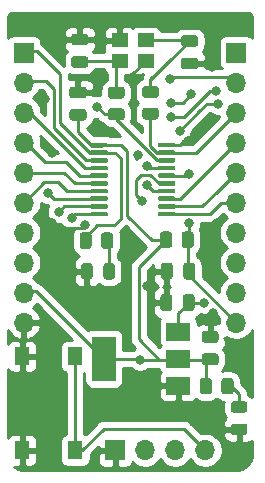
<source format=gbr>
%TF.GenerationSoftware,KiCad,Pcbnew,(5.1.10)-1*%
%TF.CreationDate,2021-10-19T17:14:30+03:00*%
%TF.ProjectId,msp,6d73702e-6b69-4636-9164-5f7063625858,rev?*%
%TF.SameCoordinates,Original*%
%TF.FileFunction,Copper,L1,Top*%
%TF.FilePolarity,Positive*%
%FSLAX46Y46*%
G04 Gerber Fmt 4.6, Leading zero omitted, Abs format (unit mm)*
G04 Created by KiCad (PCBNEW (5.1.10)-1) date 2021-10-19 17:14:30*
%MOMM*%
%LPD*%
G01*
G04 APERTURE LIST*
%TA.AperFunction,ComponentPad*%
%ADD10R,1.700000X1.700000*%
%TD*%
%TA.AperFunction,ComponentPad*%
%ADD11O,1.700000X1.700000*%
%TD*%
%TA.AperFunction,SMDPad,CuDef*%
%ADD12R,2.000000X3.800000*%
%TD*%
%TA.AperFunction,SMDPad,CuDef*%
%ADD13R,2.000000X1.500000*%
%TD*%
%TA.AperFunction,SMDPad,CuDef*%
%ADD14R,1.300000X1.550000*%
%TD*%
%TA.AperFunction,SMDPad,CuDef*%
%ADD15R,1.400000X1.200000*%
%TD*%
%TA.AperFunction,ViaPad*%
%ADD16C,0.800000*%
%TD*%
%TA.AperFunction,Conductor*%
%ADD17C,0.250000*%
%TD*%
%TA.AperFunction,Conductor*%
%ADD18C,0.254000*%
%TD*%
%TA.AperFunction,Conductor*%
%ADD19C,0.100000*%
%TD*%
G04 APERTURE END LIST*
%TO.P,C1,2*%
%TO.N,GND*%
%TA.AperFunction,SMDPad,CuDef*%
G36*
G01*
X100573820Y-82428500D02*
X101523820Y-82428500D01*
G75*
G02*
X101773820Y-82678500I0J-250000D01*
G01*
X101773820Y-83178500D01*
G75*
G02*
X101523820Y-83428500I-250000J0D01*
G01*
X100573820Y-83428500D01*
G75*
G02*
X100323820Y-83178500I0J250000D01*
G01*
X100323820Y-82678500D01*
G75*
G02*
X100573820Y-82428500I250000J0D01*
G01*
G37*
%TD.AperFunction*%
%TO.P,C1,1*%
%TO.N,Net-(C1-Pad1)*%
%TA.AperFunction,SMDPad,CuDef*%
G36*
G01*
X100573820Y-80528500D02*
X101523820Y-80528500D01*
G75*
G02*
X101773820Y-80778500I0J-250000D01*
G01*
X101773820Y-81278500D01*
G75*
G02*
X101523820Y-81528500I-250000J0D01*
G01*
X100573820Y-81528500D01*
G75*
G02*
X100323820Y-81278500I0J250000D01*
G01*
X100323820Y-80778500D01*
G75*
G02*
X100573820Y-80528500I250000J0D01*
G01*
G37*
%TD.AperFunction*%
%TD*%
%TO.P,C2,1*%
%TO.N,Net-(C2-Pad1)*%
%TA.AperFunction,SMDPad,CuDef*%
G36*
G01*
X92219800Y-83288800D02*
X91269800Y-83288800D01*
G75*
G02*
X91019800Y-83038800I0J250000D01*
G01*
X91019800Y-82538800D01*
G75*
G02*
X91269800Y-82288800I250000J0D01*
G01*
X92219800Y-82288800D01*
G75*
G02*
X92469800Y-82538800I0J-250000D01*
G01*
X92469800Y-83038800D01*
G75*
G02*
X92219800Y-83288800I-250000J0D01*
G01*
G37*
%TD.AperFunction*%
%TO.P,C2,2*%
%TO.N,GND*%
%TA.AperFunction,SMDPad,CuDef*%
G36*
G01*
X92219800Y-81388800D02*
X91269800Y-81388800D01*
G75*
G02*
X91019800Y-81138800I0J250000D01*
G01*
X91019800Y-80638800D01*
G75*
G02*
X91269800Y-80388800I250000J0D01*
G01*
X92219800Y-80388800D01*
G75*
G02*
X92469800Y-80638800I0J-250000D01*
G01*
X92469800Y-81138800D01*
G75*
G02*
X92219800Y-81388800I-250000J0D01*
G01*
G37*
%TD.AperFunction*%
%TD*%
%TO.P,C3,1*%
%TO.N,GND*%
%TA.AperFunction,SMDPad,CuDef*%
G36*
G01*
X91125020Y-84871900D02*
X92075020Y-84871900D01*
G75*
G02*
X92325020Y-85121900I0J-250000D01*
G01*
X92325020Y-85621900D01*
G75*
G02*
X92075020Y-85871900I-250000J0D01*
G01*
X91125020Y-85871900D01*
G75*
G02*
X90875020Y-85621900I0J250000D01*
G01*
X90875020Y-85121900D01*
G75*
G02*
X91125020Y-84871900I250000J0D01*
G01*
G37*
%TD.AperFunction*%
%TO.P,C3,2*%
%TO.N,+3V3*%
%TA.AperFunction,SMDPad,CuDef*%
G36*
G01*
X91125020Y-86771900D02*
X92075020Y-86771900D01*
G75*
G02*
X92325020Y-87021900I0J-250000D01*
G01*
X92325020Y-87521900D01*
G75*
G02*
X92075020Y-87771900I-250000J0D01*
G01*
X91125020Y-87771900D01*
G75*
G02*
X90875020Y-87521900I0J250000D01*
G01*
X90875020Y-87021900D01*
G75*
G02*
X91125020Y-86771900I250000J0D01*
G01*
G37*
%TD.AperFunction*%
%TD*%
%TO.P,C4,2*%
%TO.N,GND*%
%TA.AperFunction,SMDPad,CuDef*%
G36*
G01*
X99575200Y-102689640D02*
X99575200Y-103639640D01*
G75*
G02*
X99325200Y-103889640I-250000J0D01*
G01*
X98825200Y-103889640D01*
G75*
G02*
X98575200Y-103639640I0J250000D01*
G01*
X98575200Y-102689640D01*
G75*
G02*
X98825200Y-102439640I250000J0D01*
G01*
X99325200Y-102439640D01*
G75*
G02*
X99575200Y-102689640I0J-250000D01*
G01*
G37*
%TD.AperFunction*%
%TO.P,C4,1*%
%TO.N,+5V*%
%TA.AperFunction,SMDPad,CuDef*%
G36*
G01*
X101475200Y-102689640D02*
X101475200Y-103639640D01*
G75*
G02*
X101225200Y-103889640I-250000J0D01*
G01*
X100725200Y-103889640D01*
G75*
G02*
X100475200Y-103639640I0J250000D01*
G01*
X100475200Y-102689640D01*
G75*
G02*
X100725200Y-102439640I250000J0D01*
G01*
X101225200Y-102439640D01*
G75*
G02*
X101475200Y-102689640I0J-250000D01*
G01*
G37*
%TD.AperFunction*%
%TD*%
%TO.P,C5,1*%
%TO.N,+3V3*%
%TA.AperFunction,SMDPad,CuDef*%
G36*
G01*
X103263720Y-108472900D02*
X102313720Y-108472900D01*
G75*
G02*
X102063720Y-108222900I0J250000D01*
G01*
X102063720Y-107722900D01*
G75*
G02*
X102313720Y-107472900I250000J0D01*
G01*
X103263720Y-107472900D01*
G75*
G02*
X103513720Y-107722900I0J-250000D01*
G01*
X103513720Y-108222900D01*
G75*
G02*
X103263720Y-108472900I-250000J0D01*
G01*
G37*
%TD.AperFunction*%
%TO.P,C5,2*%
%TO.N,GND*%
%TA.AperFunction,SMDPad,CuDef*%
G36*
G01*
X103263720Y-106572900D02*
X102313720Y-106572900D01*
G75*
G02*
X102063720Y-106322900I0J250000D01*
G01*
X102063720Y-105822900D01*
G75*
G02*
X102313720Y-105572900I250000J0D01*
G01*
X103263720Y-105572900D01*
G75*
G02*
X103513720Y-105822900I0J-250000D01*
G01*
X103513720Y-106322900D01*
G75*
G02*
X103263720Y-106572900I-250000J0D01*
G01*
G37*
%TD.AperFunction*%
%TD*%
D10*
%TO.P,J1,1*%
%TO.N,GND*%
X94759780Y-115671600D03*
D11*
%TO.P,J1,2*%
%TO.N,+3V3*%
X97299780Y-115671600D03*
%TO.P,J1,3*%
%TO.N,/TEST*%
X99839780Y-115671600D03*
%TO.P,J1,4*%
%TO.N,/RST*%
X102379780Y-115671600D03*
%TD*%
D10*
%TO.P,J2,1*%
%TO.N,+5V*%
X105000000Y-82000000D03*
D11*
%TO.P,J2,2*%
%TO.N,/X2*%
X105000000Y-84540000D03*
%TO.P,J2,3*%
%TO.N,/X1*%
X105000000Y-87080000D03*
%TO.P,J2,4*%
%TO.N,Net-(J2-Pad4)*%
X105000000Y-89620000D03*
%TO.P,J2,5*%
%TO.N,Net-(J2-Pad5)*%
X105000000Y-92160000D03*
%TO.P,J2,6*%
%TO.N,Net-(J2-Pad6)*%
X105000000Y-94700000D03*
%TO.P,J2,7*%
%TO.N,Net-(J2-Pad7)*%
X105000000Y-97240000D03*
%TO.P,J2,8*%
%TO.N,Net-(J2-Pad8)*%
X105000000Y-99780000D03*
%TO.P,J2,9*%
%TO.N,Net-(J2-Pad9)*%
X105000000Y-102320000D03*
%TO.P,J2,10*%
%TO.N,/RST*%
X105000000Y-104860000D03*
%TD*%
%TO.P,J3,10*%
%TO.N,GND*%
X87000000Y-104860000D03*
%TO.P,J3,9*%
%TO.N,+3V3*%
X87000000Y-102320000D03*
%TO.P,J3,8*%
%TO.N,Net-(J3-Pad8)*%
X87000000Y-99780000D03*
%TO.P,J3,7*%
%TO.N,Net-(J3-Pad7)*%
X87000000Y-97240000D03*
%TO.P,J3,6*%
%TO.N,Net-(J3-Pad6)*%
X87000000Y-94700000D03*
%TO.P,J3,5*%
%TO.N,Net-(J3-Pad5)*%
X87000000Y-92160000D03*
%TO.P,J3,4*%
%TO.N,Net-(J3-Pad4)*%
X87000000Y-89620000D03*
%TO.P,J3,3*%
%TO.N,Net-(J3-Pad3)*%
X87000000Y-87080000D03*
%TO.P,J3,2*%
%TO.N,Net-(J3-Pad2)*%
X87000000Y-84540000D03*
D10*
%TO.P,J3,1*%
%TO.N,Net-(J3-Pad1)*%
X87000000Y-82000000D03*
%TD*%
%TO.P,R1,1*%
%TO.N,/X1*%
%TA.AperFunction,SMDPad,CuDef*%
G36*
G01*
X98189202Y-87683400D02*
X97289198Y-87683400D01*
G75*
G02*
X97039200Y-87433402I0J249998D01*
G01*
X97039200Y-86908398D01*
G75*
G02*
X97289198Y-86658400I249998J0D01*
G01*
X98189202Y-86658400D01*
G75*
G02*
X98439200Y-86908398I0J-249998D01*
G01*
X98439200Y-87433402D01*
G75*
G02*
X98189202Y-87683400I-249998J0D01*
G01*
G37*
%TD.AperFunction*%
%TO.P,R1,2*%
%TO.N,Net-(C1-Pad1)*%
%TA.AperFunction,SMDPad,CuDef*%
G36*
G01*
X98189202Y-85858400D02*
X97289198Y-85858400D01*
G75*
G02*
X97039200Y-85608402I0J249998D01*
G01*
X97039200Y-85083398D01*
G75*
G02*
X97289198Y-84833400I249998J0D01*
G01*
X98189202Y-84833400D01*
G75*
G02*
X98439200Y-85083398I0J-249998D01*
G01*
X98439200Y-85608402D01*
G75*
G02*
X98189202Y-85858400I-249998J0D01*
G01*
G37*
%TD.AperFunction*%
%TD*%
%TO.P,R2,2*%
%TO.N,Net-(C2-Pad1)*%
%TA.AperFunction,SMDPad,CuDef*%
G36*
G01*
X95293602Y-85909200D02*
X94393598Y-85909200D01*
G75*
G02*
X94143600Y-85659202I0J249998D01*
G01*
X94143600Y-85134198D01*
G75*
G02*
X94393598Y-84884200I249998J0D01*
G01*
X95293602Y-84884200D01*
G75*
G02*
X95543600Y-85134198I0J-249998D01*
G01*
X95543600Y-85659202D01*
G75*
G02*
X95293602Y-85909200I-249998J0D01*
G01*
G37*
%TD.AperFunction*%
%TO.P,R2,1*%
%TO.N,/X2*%
%TA.AperFunction,SMDPad,CuDef*%
G36*
G01*
X95293602Y-87734200D02*
X94393598Y-87734200D01*
G75*
G02*
X94143600Y-87484202I0J249998D01*
G01*
X94143600Y-86959198D01*
G75*
G02*
X94393598Y-86709200I249998J0D01*
G01*
X95293602Y-86709200D01*
G75*
G02*
X95543600Y-86959198I0J-249998D01*
G01*
X95543600Y-87484202D01*
G75*
G02*
X95293602Y-87734200I-249998J0D01*
G01*
G37*
%TD.AperFunction*%
%TD*%
%TO.P,R3,2*%
%TO.N,+3V3*%
%TA.AperFunction,SMDPad,CuDef*%
G36*
G01*
X102944980Y-109796158D02*
X102944980Y-110696162D01*
G75*
G02*
X102694982Y-110946160I-249998J0D01*
G01*
X102169978Y-110946160D01*
G75*
G02*
X101919980Y-110696162I0J249998D01*
G01*
X101919980Y-109796158D01*
G75*
G02*
X102169978Y-109546160I249998J0D01*
G01*
X102694982Y-109546160D01*
G75*
G02*
X102944980Y-109796158I0J-249998D01*
G01*
G37*
%TD.AperFunction*%
%TO.P,R3,1*%
%TO.N,Net-(D1-Pad2)*%
%TA.AperFunction,SMDPad,CuDef*%
G36*
G01*
X104769980Y-109796158D02*
X104769980Y-110696162D01*
G75*
G02*
X104519982Y-110946160I-249998J0D01*
G01*
X103994978Y-110946160D01*
G75*
G02*
X103744980Y-110696162I0J249998D01*
G01*
X103744980Y-109796158D01*
G75*
G02*
X103994978Y-109546160I249998J0D01*
G01*
X104519982Y-109546160D01*
G75*
G02*
X104769980Y-109796158I0J-249998D01*
G01*
G37*
%TD.AperFunction*%
%TD*%
%TO.P,R4,1*%
%TO.N,+3V3*%
%TA.AperFunction,SMDPad,CuDef*%
G36*
G01*
X98546860Y-98295882D02*
X98546860Y-97395878D01*
G75*
G02*
X98796858Y-97145880I249998J0D01*
G01*
X99321862Y-97145880D01*
G75*
G02*
X99571860Y-97395878I0J-249998D01*
G01*
X99571860Y-98295882D01*
G75*
G02*
X99321862Y-98545880I-249998J0D01*
G01*
X98796858Y-98545880D01*
G75*
G02*
X98546860Y-98295882I0J249998D01*
G01*
G37*
%TD.AperFunction*%
%TO.P,R4,2*%
%TO.N,/RST*%
%TA.AperFunction,SMDPad,CuDef*%
G36*
G01*
X100371860Y-98295882D02*
X100371860Y-97395878D01*
G75*
G02*
X100621858Y-97145880I249998J0D01*
G01*
X101146862Y-97145880D01*
G75*
G02*
X101396860Y-97395878I0J-249998D01*
G01*
X101396860Y-98295882D01*
G75*
G02*
X101146862Y-98545880I-249998J0D01*
G01*
X100621858Y-98545880D01*
G75*
G02*
X100371860Y-98295882I0J249998D01*
G01*
G37*
%TD.AperFunction*%
%TD*%
%TO.P,R5,1*%
%TO.N,Net-(D2-Pad2)*%
%TA.AperFunction,SMDPad,CuDef*%
G36*
G01*
X94579500Y-97472078D02*
X94579500Y-98372082D01*
G75*
G02*
X94329502Y-98622080I-249998J0D01*
G01*
X93804498Y-98622080D01*
G75*
G02*
X93554500Y-98372082I0J249998D01*
G01*
X93554500Y-97472078D01*
G75*
G02*
X93804498Y-97222080I249998J0D01*
G01*
X94329502Y-97222080D01*
G75*
G02*
X94579500Y-97472078I0J-249998D01*
G01*
G37*
%TD.AperFunction*%
%TO.P,R5,2*%
%TO.N,Net-(J3-Pad1)*%
%TA.AperFunction,SMDPad,CuDef*%
G36*
G01*
X92754500Y-97472078D02*
X92754500Y-98372082D01*
G75*
G02*
X92504502Y-98622080I-249998J0D01*
G01*
X91979498Y-98622080D01*
G75*
G02*
X91729500Y-98372082I0J249998D01*
G01*
X91729500Y-97472078D01*
G75*
G02*
X91979498Y-97222080I249998J0D01*
G01*
X92504502Y-97222080D01*
G75*
G02*
X92754500Y-97472078I0J-249998D01*
G01*
G37*
%TD.AperFunction*%
%TD*%
D12*
%TO.P,U2,2*%
%TO.N,+3V3*%
X93786560Y-107916980D03*
D13*
X100086560Y-107916980D03*
%TO.P,U2,3*%
%TO.N,+5V*%
X100086560Y-105616980D03*
%TO.P,U2,1*%
%TO.N,GND*%
X100086560Y-110216980D03*
%TD*%
%TO.P,D1,1*%
%TO.N,GND*%
%TA.AperFunction,SMDPad,CuDef*%
G36*
G01*
X105696070Y-114381340D02*
X104783570Y-114381340D01*
G75*
G02*
X104539820Y-114137590I0J243750D01*
G01*
X104539820Y-113650090D01*
G75*
G02*
X104783570Y-113406340I243750J0D01*
G01*
X105696070Y-113406340D01*
G75*
G02*
X105939820Y-113650090I0J-243750D01*
G01*
X105939820Y-114137590D01*
G75*
G02*
X105696070Y-114381340I-243750J0D01*
G01*
G37*
%TD.AperFunction*%
%TO.P,D1,2*%
%TO.N,Net-(D1-Pad2)*%
%TA.AperFunction,SMDPad,CuDef*%
G36*
G01*
X105696070Y-112506340D02*
X104783570Y-112506340D01*
G75*
G02*
X104539820Y-112262590I0J243750D01*
G01*
X104539820Y-111775090D01*
G75*
G02*
X104783570Y-111531340I243750J0D01*
G01*
X105696070Y-111531340D01*
G75*
G02*
X105939820Y-111775090I0J-243750D01*
G01*
X105939820Y-112262590D01*
G75*
G02*
X105696070Y-112506340I-243750J0D01*
G01*
G37*
%TD.AperFunction*%
%TD*%
%TO.P,D2,2*%
%TO.N,Net-(D2-Pad2)*%
%TA.AperFunction,SMDPad,CuDef*%
G36*
G01*
X93744200Y-100984370D02*
X93744200Y-100071870D01*
G75*
G02*
X93987950Y-99828120I243750J0D01*
G01*
X94475450Y-99828120D01*
G75*
G02*
X94719200Y-100071870I0J-243750D01*
G01*
X94719200Y-100984370D01*
G75*
G02*
X94475450Y-101228120I-243750J0D01*
G01*
X93987950Y-101228120D01*
G75*
G02*
X93744200Y-100984370I0J243750D01*
G01*
G37*
%TD.AperFunction*%
%TO.P,D2,1*%
%TO.N,GND*%
%TA.AperFunction,SMDPad,CuDef*%
G36*
G01*
X91869200Y-100984370D02*
X91869200Y-100071870D01*
G75*
G02*
X92112950Y-99828120I243750J0D01*
G01*
X92600450Y-99828120D01*
G75*
G02*
X92844200Y-100071870I0J-243750D01*
G01*
X92844200Y-100984370D01*
G75*
G02*
X92600450Y-101228120I-243750J0D01*
G01*
X92112950Y-101228120D01*
G75*
G02*
X91869200Y-100984370I0J243750D01*
G01*
G37*
%TD.AperFunction*%
%TD*%
%TO.P,C6,1*%
%TO.N,GND*%
%TA.AperFunction,SMDPad,CuDef*%
G36*
G01*
X98615840Y-100977720D02*
X98615840Y-100027720D01*
G75*
G02*
X98865840Y-99777720I250000J0D01*
G01*
X99365840Y-99777720D01*
G75*
G02*
X99615840Y-100027720I0J-250000D01*
G01*
X99615840Y-100977720D01*
G75*
G02*
X99365840Y-101227720I-250000J0D01*
G01*
X98865840Y-101227720D01*
G75*
G02*
X98615840Y-100977720I0J250000D01*
G01*
G37*
%TD.AperFunction*%
%TO.P,C6,2*%
%TO.N,/RST*%
%TA.AperFunction,SMDPad,CuDef*%
G36*
G01*
X100515840Y-100977720D02*
X100515840Y-100027720D01*
G75*
G02*
X100765840Y-99777720I250000J0D01*
G01*
X101265840Y-99777720D01*
G75*
G02*
X101515840Y-100027720I0J-250000D01*
G01*
X101515840Y-100977720D01*
G75*
G02*
X101265840Y-101227720I-250000J0D01*
G01*
X100765840Y-101227720D01*
G75*
G02*
X100515840Y-100977720I0J250000D01*
G01*
G37*
%TD.AperFunction*%
%TD*%
D14*
%TO.P,SW1,2*%
%TO.N,/RST*%
X91378600Y-115663880D03*
%TO.P,SW1,1*%
%TO.N,GND*%
X86878600Y-115663880D03*
X86878600Y-107713880D03*
%TO.P,SW1,2*%
%TO.N,/RST*%
X91378600Y-107713880D03*
%TD*%
D15*
%TO.P,Y1,1*%
%TO.N,Net-(C1-Pad1)*%
X97317740Y-80971020D03*
%TO.P,Y1,2*%
%TO.N,GND*%
X95117740Y-80971020D03*
%TO.P,Y1,3*%
%TO.N,Net-(C2-Pad1)*%
X95117740Y-82671020D03*
%TO.P,Y1,4*%
%TO.N,GND*%
X97317740Y-82671020D03*
%TD*%
%TO.P,U1,1*%
%TO.N,+3V3*%
%TA.AperFunction,SMDPad,CuDef*%
G36*
G01*
X92650000Y-89925000D02*
X92650000Y-89725000D01*
G75*
G02*
X92750000Y-89625000I100000J0D01*
G01*
X94025000Y-89625000D01*
G75*
G02*
X94125000Y-89725000I0J-100000D01*
G01*
X94125000Y-89925000D01*
G75*
G02*
X94025000Y-90025000I-100000J0D01*
G01*
X92750000Y-90025000D01*
G75*
G02*
X92650000Y-89925000I0J100000D01*
G01*
G37*
%TD.AperFunction*%
%TO.P,U1,2*%
%TO.N,Net-(J3-Pad1)*%
%TA.AperFunction,SMDPad,CuDef*%
G36*
G01*
X92650000Y-90575000D02*
X92650000Y-90375000D01*
G75*
G02*
X92750000Y-90275000I100000J0D01*
G01*
X94025000Y-90275000D01*
G75*
G02*
X94125000Y-90375000I0J-100000D01*
G01*
X94125000Y-90575000D01*
G75*
G02*
X94025000Y-90675000I-100000J0D01*
G01*
X92750000Y-90675000D01*
G75*
G02*
X92650000Y-90575000I0J100000D01*
G01*
G37*
%TD.AperFunction*%
%TO.P,U1,3*%
%TO.N,Net-(J3-Pad2)*%
%TA.AperFunction,SMDPad,CuDef*%
G36*
G01*
X92650000Y-91225000D02*
X92650000Y-91025000D01*
G75*
G02*
X92750000Y-90925000I100000J0D01*
G01*
X94025000Y-90925000D01*
G75*
G02*
X94125000Y-91025000I0J-100000D01*
G01*
X94125000Y-91225000D01*
G75*
G02*
X94025000Y-91325000I-100000J0D01*
G01*
X92750000Y-91325000D01*
G75*
G02*
X92650000Y-91225000I0J100000D01*
G01*
G37*
%TD.AperFunction*%
%TO.P,U1,4*%
%TO.N,Net-(J3-Pad3)*%
%TA.AperFunction,SMDPad,CuDef*%
G36*
G01*
X92650000Y-91875000D02*
X92650000Y-91675000D01*
G75*
G02*
X92750000Y-91575000I100000J0D01*
G01*
X94025000Y-91575000D01*
G75*
G02*
X94125000Y-91675000I0J-100000D01*
G01*
X94125000Y-91875000D01*
G75*
G02*
X94025000Y-91975000I-100000J0D01*
G01*
X92750000Y-91975000D01*
G75*
G02*
X92650000Y-91875000I0J100000D01*
G01*
G37*
%TD.AperFunction*%
%TO.P,U1,5*%
%TO.N,Net-(J3-Pad4)*%
%TA.AperFunction,SMDPad,CuDef*%
G36*
G01*
X92650000Y-92525000D02*
X92650000Y-92325000D01*
G75*
G02*
X92750000Y-92225000I100000J0D01*
G01*
X94025000Y-92225000D01*
G75*
G02*
X94125000Y-92325000I0J-100000D01*
G01*
X94125000Y-92525000D01*
G75*
G02*
X94025000Y-92625000I-100000J0D01*
G01*
X92750000Y-92625000D01*
G75*
G02*
X92650000Y-92525000I0J100000D01*
G01*
G37*
%TD.AperFunction*%
%TO.P,U1,6*%
%TO.N,Net-(J3-Pad5)*%
%TA.AperFunction,SMDPad,CuDef*%
G36*
G01*
X92650000Y-93175000D02*
X92650000Y-92975000D01*
G75*
G02*
X92750000Y-92875000I100000J0D01*
G01*
X94025000Y-92875000D01*
G75*
G02*
X94125000Y-92975000I0J-100000D01*
G01*
X94125000Y-93175000D01*
G75*
G02*
X94025000Y-93275000I-100000J0D01*
G01*
X92750000Y-93275000D01*
G75*
G02*
X92650000Y-93175000I0J100000D01*
G01*
G37*
%TD.AperFunction*%
%TO.P,U1,7*%
%TO.N,Net-(J3-Pad6)*%
%TA.AperFunction,SMDPad,CuDef*%
G36*
G01*
X92650000Y-93825000D02*
X92650000Y-93625000D01*
G75*
G02*
X92750000Y-93525000I100000J0D01*
G01*
X94025000Y-93525000D01*
G75*
G02*
X94125000Y-93625000I0J-100000D01*
G01*
X94125000Y-93825000D01*
G75*
G02*
X94025000Y-93925000I-100000J0D01*
G01*
X92750000Y-93925000D01*
G75*
G02*
X92650000Y-93825000I0J100000D01*
G01*
G37*
%TD.AperFunction*%
%TO.P,U1,8*%
%TO.N,Net-(J2-Pad9)*%
%TA.AperFunction,SMDPad,CuDef*%
G36*
G01*
X92650000Y-94475000D02*
X92650000Y-94275000D01*
G75*
G02*
X92750000Y-94175000I100000J0D01*
G01*
X94025000Y-94175000D01*
G75*
G02*
X94125000Y-94275000I0J-100000D01*
G01*
X94125000Y-94475000D01*
G75*
G02*
X94025000Y-94575000I-100000J0D01*
G01*
X92750000Y-94575000D01*
G75*
G02*
X92650000Y-94475000I0J100000D01*
G01*
G37*
%TD.AperFunction*%
%TO.P,U1,9*%
%TO.N,Net-(J2-Pad8)*%
%TA.AperFunction,SMDPad,CuDef*%
G36*
G01*
X92650000Y-95125000D02*
X92650000Y-94925000D01*
G75*
G02*
X92750000Y-94825000I100000J0D01*
G01*
X94025000Y-94825000D01*
G75*
G02*
X94125000Y-94925000I0J-100000D01*
G01*
X94125000Y-95125000D01*
G75*
G02*
X94025000Y-95225000I-100000J0D01*
G01*
X92750000Y-95225000D01*
G75*
G02*
X92650000Y-95125000I0J100000D01*
G01*
G37*
%TD.AperFunction*%
%TO.P,U1,10*%
%TO.N,Net-(J2-Pad7)*%
%TA.AperFunction,SMDPad,CuDef*%
G36*
G01*
X92650000Y-95775000D02*
X92650000Y-95575000D01*
G75*
G02*
X92750000Y-95475000I100000J0D01*
G01*
X94025000Y-95475000D01*
G75*
G02*
X94125000Y-95575000I0J-100000D01*
G01*
X94125000Y-95775000D01*
G75*
G02*
X94025000Y-95875000I-100000J0D01*
G01*
X92750000Y-95875000D01*
G75*
G02*
X92650000Y-95775000I0J100000D01*
G01*
G37*
%TD.AperFunction*%
%TO.P,U1,11*%
%TO.N,Net-(J2-Pad6)*%
%TA.AperFunction,SMDPad,CuDef*%
G36*
G01*
X98375000Y-95775000D02*
X98375000Y-95575000D01*
G75*
G02*
X98475000Y-95475000I100000J0D01*
G01*
X99750000Y-95475000D01*
G75*
G02*
X99850000Y-95575000I0J-100000D01*
G01*
X99850000Y-95775000D01*
G75*
G02*
X99750000Y-95875000I-100000J0D01*
G01*
X98475000Y-95875000D01*
G75*
G02*
X98375000Y-95775000I0J100000D01*
G01*
G37*
%TD.AperFunction*%
%TO.P,U1,12*%
%TO.N,Net-(J2-Pad5)*%
%TA.AperFunction,SMDPad,CuDef*%
G36*
G01*
X98375000Y-95125000D02*
X98375000Y-94925000D01*
G75*
G02*
X98475000Y-94825000I100000J0D01*
G01*
X99750000Y-94825000D01*
G75*
G02*
X99850000Y-94925000I0J-100000D01*
G01*
X99850000Y-95125000D01*
G75*
G02*
X99750000Y-95225000I-100000J0D01*
G01*
X98475000Y-95225000D01*
G75*
G02*
X98375000Y-95125000I0J100000D01*
G01*
G37*
%TD.AperFunction*%
%TO.P,U1,13*%
%TO.N,Net-(J2-Pad4)*%
%TA.AperFunction,SMDPad,CuDef*%
G36*
G01*
X98375000Y-94475000D02*
X98375000Y-94275000D01*
G75*
G02*
X98475000Y-94175000I100000J0D01*
G01*
X99750000Y-94175000D01*
G75*
G02*
X99850000Y-94275000I0J-100000D01*
G01*
X99850000Y-94475000D01*
G75*
G02*
X99750000Y-94575000I-100000J0D01*
G01*
X98475000Y-94575000D01*
G75*
G02*
X98375000Y-94475000I0J100000D01*
G01*
G37*
%TD.AperFunction*%
%TO.P,U1,14*%
%TO.N,Net-(J3-Pad7)*%
%TA.AperFunction,SMDPad,CuDef*%
G36*
G01*
X98375000Y-93825000D02*
X98375000Y-93625000D01*
G75*
G02*
X98475000Y-93525000I100000J0D01*
G01*
X99750000Y-93525000D01*
G75*
G02*
X99850000Y-93625000I0J-100000D01*
G01*
X99850000Y-93825000D01*
G75*
G02*
X99750000Y-93925000I-100000J0D01*
G01*
X98475000Y-93925000D01*
G75*
G02*
X98375000Y-93825000I0J100000D01*
G01*
G37*
%TD.AperFunction*%
%TO.P,U1,15*%
%TO.N,Net-(J3-Pad8)*%
%TA.AperFunction,SMDPad,CuDef*%
G36*
G01*
X98375000Y-93175000D02*
X98375000Y-92975000D01*
G75*
G02*
X98475000Y-92875000I100000J0D01*
G01*
X99750000Y-92875000D01*
G75*
G02*
X99850000Y-92975000I0J-100000D01*
G01*
X99850000Y-93175000D01*
G75*
G02*
X99750000Y-93275000I-100000J0D01*
G01*
X98475000Y-93275000D01*
G75*
G02*
X98375000Y-93175000I0J100000D01*
G01*
G37*
%TD.AperFunction*%
%TO.P,U1,16*%
%TO.N,/RST*%
%TA.AperFunction,SMDPad,CuDef*%
G36*
G01*
X98375000Y-92525000D02*
X98375000Y-92325000D01*
G75*
G02*
X98475000Y-92225000I100000J0D01*
G01*
X99750000Y-92225000D01*
G75*
G02*
X99850000Y-92325000I0J-100000D01*
G01*
X99850000Y-92525000D01*
G75*
G02*
X99750000Y-92625000I-100000J0D01*
G01*
X98475000Y-92625000D01*
G75*
G02*
X98375000Y-92525000I0J100000D01*
G01*
G37*
%TD.AperFunction*%
%TO.P,U1,17*%
%TO.N,/TEST*%
%TA.AperFunction,SMDPad,CuDef*%
G36*
G01*
X98375000Y-91875000D02*
X98375000Y-91675000D01*
G75*
G02*
X98475000Y-91575000I100000J0D01*
G01*
X99750000Y-91575000D01*
G75*
G02*
X99850000Y-91675000I0J-100000D01*
G01*
X99850000Y-91875000D01*
G75*
G02*
X99750000Y-91975000I-100000J0D01*
G01*
X98475000Y-91975000D01*
G75*
G02*
X98375000Y-91875000I0J100000D01*
G01*
G37*
%TD.AperFunction*%
%TO.P,U1,18*%
%TO.N,/X2*%
%TA.AperFunction,SMDPad,CuDef*%
G36*
G01*
X98375000Y-91225000D02*
X98375000Y-91025000D01*
G75*
G02*
X98475000Y-90925000I100000J0D01*
G01*
X99750000Y-90925000D01*
G75*
G02*
X99850000Y-91025000I0J-100000D01*
G01*
X99850000Y-91225000D01*
G75*
G02*
X99750000Y-91325000I-100000J0D01*
G01*
X98475000Y-91325000D01*
G75*
G02*
X98375000Y-91225000I0J100000D01*
G01*
G37*
%TD.AperFunction*%
%TO.P,U1,19*%
%TO.N,/X1*%
%TA.AperFunction,SMDPad,CuDef*%
G36*
G01*
X98375000Y-90575000D02*
X98375000Y-90375000D01*
G75*
G02*
X98475000Y-90275000I100000J0D01*
G01*
X99750000Y-90275000D01*
G75*
G02*
X99850000Y-90375000I0J-100000D01*
G01*
X99850000Y-90575000D01*
G75*
G02*
X99750000Y-90675000I-100000J0D01*
G01*
X98475000Y-90675000D01*
G75*
G02*
X98375000Y-90575000I0J100000D01*
G01*
G37*
%TD.AperFunction*%
%TO.P,U1,20*%
%TO.N,GND*%
%TA.AperFunction,SMDPad,CuDef*%
G36*
G01*
X98375000Y-89925000D02*
X98375000Y-89725000D01*
G75*
G02*
X98475000Y-89625000I100000J0D01*
G01*
X99750000Y-89625000D01*
G75*
G02*
X99850000Y-89725000I0J-100000D01*
G01*
X99850000Y-89925000D01*
G75*
G02*
X99750000Y-90025000I-100000J0D01*
G01*
X98475000Y-90025000D01*
G75*
G02*
X98375000Y-89925000I0J100000D01*
G01*
G37*
%TD.AperFunction*%
%TD*%
D16*
%TO.N,GND*%
X96253300Y-84081620D03*
X103337360Y-96464120D03*
X89387680Y-96413320D03*
X92212160Y-96558100D03*
X89631520Y-98524060D03*
X96555560Y-98590100D03*
X90957400Y-103365300D03*
X97419160Y-101785420D03*
X100888800Y-112712500D03*
X92768420Y-112834420D03*
X95681800Y-110708440D03*
X95763080Y-105247440D03*
X102989380Y-104048560D03*
X89601040Y-80000000D03*
X102500000Y-80000000D03*
X100873560Y-89501980D03*
X102979220Y-83197700D03*
X93124020Y-88432640D03*
X96685100Y-90667840D03*
X93070680Y-84170520D03*
X88816180Y-85951060D03*
X89367360Y-90490040D03*
X102555040Y-100987860D03*
X105587800Y-108310680D03*
X95288100Y-102237540D03*
X89176860Y-111638080D03*
%TO.N,+3V3*%
X96845920Y-108000000D03*
%TO.N,+5V*%
X102298500Y-103172260D03*
%TO.N,/TEST*%
X97424240Y-91584780D03*
%TO.N,/RST*%
X101005640Y-92247720D03*
X101005640Y-96459040D03*
%TO.N,/X2*%
X99354640Y-84244180D03*
X93233240Y-86586060D03*
%TO.N,Net-(J2-Pad7)*%
X103431340Y-86321900D03*
X91056460Y-95986600D03*
X100205540Y-88618060D03*
%TO.N,Net-(J2-Pad8)*%
X103250000Y-85250000D03*
X89999820Y-95481140D03*
X99451160Y-87431880D03*
%TO.N,Net-(J2-Pad9)*%
X101203760Y-85509100D03*
X89098120Y-93898720D03*
X99461320Y-86245700D03*
%TO.N,Net-(J3-Pad8)*%
X96994980Y-94599760D03*
%TO.N,Net-(J3-Pad7)*%
X97401380Y-93207840D03*
%TD*%
D17*
%TO.N,GND*%
X100873560Y-89501980D02*
X100523040Y-89501980D01*
X100200020Y-89825000D02*
X99112500Y-89825000D01*
X100523040Y-89501980D02*
X100200020Y-89825000D01*
X102788720Y-104249220D02*
X102989380Y-104048560D01*
X102788720Y-106072900D02*
X102788720Y-104249220D01*
X102555040Y-97246440D02*
X103337360Y-96464120D01*
X102555040Y-100987860D02*
X102555040Y-97246440D01*
X91956941Y-96813319D02*
X92212160Y-96558100D01*
X89787679Y-96813319D02*
X91956941Y-96813319D01*
X89387680Y-96413320D02*
X89787679Y-96813319D01*
X95517740Y-80971020D02*
X95117740Y-80971020D01*
X97317740Y-82671020D02*
X97217740Y-82671020D01*
X96253300Y-83735460D02*
X97317740Y-82671020D01*
X96253300Y-84081620D02*
X96253300Y-83735460D01*
%TO.N,Net-(C1-Pad1)*%
X100991340Y-80971020D02*
X101048820Y-81028500D01*
X97317740Y-80971020D02*
X100991340Y-80971020D01*
X101498400Y-80990400D02*
X101196800Y-80688800D01*
X100695800Y-80990400D02*
X101498400Y-80990400D01*
X97739200Y-84244180D02*
X99466400Y-82516980D01*
X97739200Y-84338120D02*
X97739200Y-84696300D01*
X101048820Y-81028500D02*
X97739200Y-84338120D01*
X97739200Y-84696300D02*
X97739200Y-84244180D01*
X97739200Y-85345900D02*
X97739200Y-84696300D01*
%TO.N,Net-(C2-Pad1)*%
X91862580Y-82671020D02*
X91744800Y-82788800D01*
X95117740Y-82671020D02*
X91862580Y-82671020D01*
X94843600Y-82945160D02*
X95117740Y-82671020D01*
X94843600Y-85396700D02*
X94843600Y-82945160D01*
%TO.N,+3V3*%
X91600020Y-87271900D02*
X91600020Y-88719660D01*
X92781560Y-89901200D02*
X93657500Y-89901200D01*
X91600020Y-88719660D02*
X92781560Y-89901200D01*
X99150000Y-108000000D02*
X96845920Y-108000000D01*
X102457760Y-108000000D02*
X102765860Y-108308100D01*
X99150000Y-108000000D02*
X102457760Y-108000000D01*
X99150000Y-108000000D02*
X98490240Y-108000000D01*
X98490240Y-108000000D02*
X96746060Y-106255820D01*
X96746060Y-100159180D02*
X99059360Y-97845880D01*
X96746060Y-106255820D02*
X96746060Y-100159180D01*
X94368620Y-108499040D02*
X93786560Y-107916980D01*
X88079180Y-102209600D02*
X93786560Y-107916980D01*
X87000000Y-102209600D02*
X88079180Y-102209600D01*
X102432480Y-108329140D02*
X102788720Y-107972900D01*
X102432480Y-110246160D02*
X102432480Y-108329140D01*
X96762900Y-107916980D02*
X96845920Y-108000000D01*
X93786560Y-107916980D02*
X96762900Y-107916980D01*
X95258060Y-89825000D02*
X93387500Y-89825000D01*
X95780860Y-90347800D02*
X95258060Y-89825000D01*
X95780860Y-95796100D02*
X95780860Y-90347800D01*
X97830640Y-97845880D02*
X95780860Y-95796100D01*
X99059360Y-97845880D02*
X97830640Y-97845880D01*
%TO.N,+5V*%
X102290880Y-103164640D02*
X102298500Y-103172260D01*
X100975200Y-103164640D02*
X102290880Y-103164640D01*
X100086560Y-104053280D02*
X100975200Y-103164640D01*
X100086560Y-105616980D02*
X100086560Y-104053280D01*
%TO.N,Net-(D1-Pad2)*%
X104257480Y-110246160D02*
X104597200Y-110246160D01*
X105239820Y-110888780D02*
X105239820Y-112018840D01*
X104597200Y-110246160D02*
X105239820Y-110888780D01*
%TO.N,Net-(D2-Pad2)*%
X94231700Y-98086780D02*
X94067000Y-97922080D01*
X94231700Y-100528120D02*
X94231700Y-98086780D01*
%TO.N,/TEST*%
X97607820Y-91401200D02*
X97424240Y-91584780D01*
X97614460Y-91775000D02*
X97424240Y-91584780D01*
X99112500Y-91775000D02*
X97614460Y-91775000D01*
%TO.N,/RST*%
X100884360Y-100744360D02*
X105000000Y-104860000D01*
X100884360Y-97845880D02*
X100884360Y-100744360D01*
X101005640Y-92247720D02*
X101005640Y-92247720D01*
X101005640Y-97724600D02*
X100884360Y-97845880D01*
X101005640Y-96459040D02*
X101005640Y-97724600D01*
X91378600Y-115663880D02*
X91953180Y-115663880D01*
X91953180Y-115663880D02*
X93764100Y-113852960D01*
X91378600Y-107713880D02*
X91378600Y-115663880D01*
X102379780Y-115671600D02*
X100561140Y-113852960D01*
X100561140Y-113852960D02*
X100238560Y-113852960D01*
X93764100Y-113852960D02*
X100238560Y-113852960D01*
X100828360Y-92425000D02*
X101005640Y-92247720D01*
X99112500Y-92425000D02*
X100828360Y-92425000D01*
%TO.N,/X2*%
X94843600Y-87661890D02*
X94843600Y-87221700D01*
X98306710Y-91125000D02*
X94843600Y-87661890D01*
X99112500Y-91125000D02*
X98306710Y-91125000D01*
X94843600Y-87221700D02*
X95028380Y-87221700D01*
X105000000Y-84540000D02*
X104564480Y-84104480D01*
X104564480Y-84104480D02*
X100693220Y-84104480D01*
X100693220Y-84104480D02*
X99494340Y-84104480D01*
X99494340Y-84104480D02*
X99354640Y-84244180D01*
X99354640Y-84244180D02*
X99354640Y-84244180D01*
X93868880Y-87221700D02*
X93233240Y-86586060D01*
X94843600Y-87221700D02*
X93868880Y-87221700D01*
%TO.N,/X1*%
X102793800Y-89286200D02*
X105000000Y-87080000D01*
X98579298Y-90401200D02*
X99382500Y-90401200D01*
X97739200Y-87170900D02*
X97739200Y-89561102D01*
X97739200Y-86894818D02*
X97739200Y-87170900D01*
X101605000Y-90475000D02*
X102089010Y-89990990D01*
X99112500Y-90475000D02*
X101605000Y-90475000D01*
X102089010Y-89990990D02*
X102793800Y-89286200D01*
X99112500Y-90475000D02*
X98293120Y-90475000D01*
X97739200Y-89921080D02*
X97739200Y-89561102D01*
X98293120Y-90475000D02*
X97739200Y-89921080D01*
%TO.N,Net-(J2-Pad4)*%
X101218800Y-93401200D02*
X105000000Y-89620000D01*
X100245000Y-94375000D02*
X101218800Y-93401200D01*
X99112500Y-94375000D02*
X100245000Y-94375000D01*
%TO.N,Net-(J2-Pad5)*%
X102135000Y-95025000D02*
X103529190Y-93630810D01*
X99112500Y-95025000D02*
X102135000Y-95025000D01*
X103529190Y-93630810D02*
X105000000Y-92160000D01*
X103258800Y-93901200D02*
X103529190Y-93630810D01*
%TO.N,Net-(J2-Pad6)*%
X104701200Y-94401200D02*
X105000000Y-94700000D01*
X103719720Y-94700000D02*
X105000000Y-94700000D01*
X102744720Y-95675000D02*
X103719720Y-94700000D01*
X99112500Y-95675000D02*
X102744720Y-95675000D01*
%TO.N,Net-(J2-Pad7)*%
X101963220Y-86860380D02*
X100205540Y-88618060D01*
X100205540Y-88618060D02*
X100205540Y-88618060D01*
X102501700Y-86321900D02*
X101963220Y-86860380D01*
X103431340Y-86321900D02*
X102501700Y-86321900D01*
X91368060Y-95675000D02*
X91056460Y-95986600D01*
X93387500Y-95675000D02*
X91368060Y-95675000D01*
%TO.N,Net-(J2-Pad8)*%
X99451160Y-87431880D02*
X99451160Y-87431880D01*
X100591620Y-87431880D02*
X102235000Y-85788500D01*
X99451160Y-87431880D02*
X100591620Y-87431880D01*
X102235000Y-85788500D02*
X102247700Y-85788500D01*
X102786200Y-85250000D02*
X103250000Y-85250000D01*
X102247700Y-85788500D02*
X102786200Y-85250000D01*
X90455960Y-95025000D02*
X89999820Y-95481140D01*
X93387500Y-95025000D02*
X90455960Y-95025000D01*
%TO.N,Net-(J2-Pad9)*%
X93657500Y-94391560D02*
X93657500Y-94401200D01*
X93642150Y-94376210D02*
X93657500Y-94391560D01*
X89098120Y-93898720D02*
X89098120Y-93898720D01*
X99461320Y-86245700D02*
X99461320Y-86245700D01*
X100467160Y-86245700D02*
X101203760Y-85509100D01*
X99461320Y-86245700D02*
X100467160Y-86245700D01*
X89574400Y-94375000D02*
X89098120Y-93898720D01*
X93387500Y-94375000D02*
X89574400Y-94375000D01*
%TO.N,Net-(J3-Pad8)*%
X96994980Y-94599760D02*
X96994980Y-94599760D01*
X96492060Y-94096840D02*
X96994980Y-94599760D01*
X96492060Y-92786200D02*
X96492060Y-94096840D01*
X96931480Y-92346780D02*
X96492060Y-92786200D01*
X97695722Y-92346780D02*
X96931480Y-92346780D01*
X98423942Y-93075000D02*
X97695722Y-92346780D01*
X99112500Y-93075000D02*
X98423942Y-93075000D01*
%TO.N,Net-(J3-Pad7)*%
X97918540Y-93725000D02*
X97401380Y-93207840D01*
X99112500Y-93725000D02*
X97918540Y-93725000D01*
%TO.N,Net-(J3-Pad6)*%
X88738540Y-92961460D02*
X87000000Y-94700000D01*
X89928700Y-92961460D02*
X88738540Y-92961460D01*
X90692240Y-93725000D02*
X89928700Y-92961460D01*
X93387500Y-93725000D02*
X90692240Y-93725000D01*
%TO.N,Net-(J3-Pad5)*%
X87376590Y-92426190D02*
X87000000Y-92049600D01*
X90417560Y-92160000D02*
X87000000Y-92160000D01*
X91332560Y-93075000D02*
X90417560Y-92160000D01*
X93387500Y-93075000D02*
X91332560Y-93075000D01*
%TO.N,Net-(J3-Pad4)*%
X93657500Y-92422900D02*
X93654210Y-92426190D01*
X93657500Y-92401200D02*
X93657500Y-92422900D01*
X88790740Y-91300340D02*
X87000000Y-89509600D01*
X90604380Y-91300340D02*
X88790740Y-91300340D01*
X91729040Y-92425000D02*
X90604380Y-91300340D01*
X93387500Y-92425000D02*
X91729040Y-92425000D01*
%TO.N,Net-(J3-Pad3)*%
X87370920Y-86969600D02*
X87000000Y-86969600D01*
X92176320Y-91775000D02*
X87370920Y-86969600D01*
X93387500Y-91775000D02*
X92176320Y-91775000D01*
%TO.N,Net-(J3-Pad2)*%
X88874600Y-84429600D02*
X87000000Y-84429600D01*
X89542620Y-85097620D02*
X88874600Y-84429600D01*
X89542620Y-88379300D02*
X89542620Y-85097620D01*
X92288320Y-91125000D02*
X89542620Y-88379300D01*
X93387500Y-91125000D02*
X92288320Y-91125000D01*
%TO.N,Net-(J3-Pad1)*%
X92242000Y-97922080D02*
X92242000Y-97577280D01*
X94688660Y-96591120D02*
X95201740Y-96078040D01*
X95201740Y-96078040D02*
X95201740Y-90944700D01*
X92242000Y-97601262D02*
X93252142Y-96591120D01*
X93252142Y-96591120D02*
X94688660Y-96591120D01*
X92242000Y-97922080D02*
X92242000Y-97601262D01*
X94732040Y-90475000D02*
X95201740Y-90944700D01*
X93387500Y-90475000D02*
X94732040Y-90475000D01*
X88104980Y-81889600D02*
X87000000Y-81889600D01*
X90063320Y-83847940D02*
X88104980Y-81889600D01*
X90063320Y-87962740D02*
X90063320Y-83847940D01*
X92575580Y-90475000D02*
X90063320Y-87962740D01*
X93387500Y-90475000D02*
X92575580Y-90475000D01*
%TD*%
D18*
%TO.N,GND*%
X91095586Y-106300808D02*
X90728600Y-106300808D01*
X90604118Y-106313068D01*
X90484420Y-106349378D01*
X90374106Y-106408343D01*
X90277415Y-106487695D01*
X90198063Y-106584386D01*
X90139098Y-106694700D01*
X90102788Y-106814398D01*
X90090528Y-106938880D01*
X90090528Y-108488880D01*
X90102788Y-108613362D01*
X90139098Y-108733060D01*
X90198063Y-108843374D01*
X90277415Y-108940065D01*
X90374106Y-109019417D01*
X90484420Y-109078382D01*
X90604118Y-109114692D01*
X90618600Y-109116118D01*
X90618601Y-114261642D01*
X90604118Y-114263068D01*
X90484420Y-114299378D01*
X90374106Y-114358343D01*
X90277415Y-114437695D01*
X90198063Y-114534386D01*
X90139098Y-114644700D01*
X90102788Y-114764398D01*
X90090528Y-114888880D01*
X90090528Y-116438880D01*
X90102788Y-116563362D01*
X90139098Y-116683060D01*
X90198063Y-116793374D01*
X90277415Y-116890065D01*
X90374106Y-116969417D01*
X90484420Y-117028382D01*
X90604118Y-117064692D01*
X90728600Y-117076952D01*
X92028600Y-117076952D01*
X92153082Y-117064692D01*
X92272780Y-117028382D01*
X92383094Y-116969417D01*
X92479785Y-116890065D01*
X92559137Y-116793374D01*
X92618102Y-116683060D01*
X92654412Y-116563362D01*
X92658525Y-116521600D01*
X93271708Y-116521600D01*
X93283968Y-116646082D01*
X93320278Y-116765780D01*
X93379243Y-116876094D01*
X93458595Y-116972785D01*
X93555286Y-117052137D01*
X93665600Y-117111102D01*
X93785298Y-117147412D01*
X93909780Y-117159672D01*
X94474030Y-117156600D01*
X94632780Y-116997850D01*
X94632780Y-115798600D01*
X93433530Y-115798600D01*
X93274780Y-115957350D01*
X93271708Y-116521600D01*
X92658525Y-116521600D01*
X92666672Y-116438880D01*
X92666672Y-116025189D01*
X93290396Y-115401466D01*
X93433530Y-115544600D01*
X94632780Y-115544600D01*
X94632780Y-115524600D01*
X94886780Y-115524600D01*
X94886780Y-115544600D01*
X94906780Y-115544600D01*
X94906780Y-115798600D01*
X94886780Y-115798600D01*
X94886780Y-116997850D01*
X95045530Y-117156600D01*
X95609780Y-117159672D01*
X95734262Y-117147412D01*
X95853960Y-117111102D01*
X95964274Y-117052137D01*
X96060965Y-116972785D01*
X96140317Y-116876094D01*
X96199282Y-116765780D01*
X96221293Y-116693220D01*
X96353148Y-116825075D01*
X96596369Y-116987590D01*
X96866622Y-117099532D01*
X97153520Y-117156600D01*
X97446040Y-117156600D01*
X97732938Y-117099532D01*
X98003191Y-116987590D01*
X98246412Y-116825075D01*
X98453255Y-116618232D01*
X98569780Y-116443840D01*
X98686305Y-116618232D01*
X98893148Y-116825075D01*
X99136369Y-116987590D01*
X99406622Y-117099532D01*
X99693520Y-117156600D01*
X99986040Y-117156600D01*
X100272938Y-117099532D01*
X100543191Y-116987590D01*
X100786412Y-116825075D01*
X100993255Y-116618232D01*
X101109780Y-116443840D01*
X101226305Y-116618232D01*
X101433148Y-116825075D01*
X101676369Y-116987590D01*
X101946622Y-117099532D01*
X102233520Y-117156600D01*
X102526040Y-117156600D01*
X102812938Y-117099532D01*
X103083191Y-116987590D01*
X103326412Y-116825075D01*
X103533255Y-116618232D01*
X103695770Y-116375011D01*
X103807712Y-116104758D01*
X103864780Y-115817860D01*
X103864780Y-115525340D01*
X103807712Y-115238442D01*
X103695770Y-114968189D01*
X103533255Y-114724968D01*
X103326412Y-114518125D01*
X103121699Y-114381340D01*
X103901748Y-114381340D01*
X103914008Y-114505822D01*
X103950318Y-114625520D01*
X104009283Y-114735834D01*
X104088635Y-114832525D01*
X104185326Y-114911877D01*
X104295640Y-114970842D01*
X104415338Y-115007152D01*
X104539820Y-115019412D01*
X104954070Y-115016340D01*
X105112820Y-114857590D01*
X105112820Y-114020840D01*
X104063570Y-114020840D01*
X103904820Y-114179590D01*
X103901748Y-114381340D01*
X103121699Y-114381340D01*
X103083191Y-114355610D01*
X102812938Y-114243668D01*
X102526040Y-114186600D01*
X102233520Y-114186600D01*
X102013372Y-114230390D01*
X101124944Y-113341963D01*
X101101141Y-113312959D01*
X100985416Y-113217986D01*
X100853387Y-113147414D01*
X100710126Y-113103957D01*
X100598473Y-113092960D01*
X100598462Y-113092960D01*
X100561140Y-113089284D01*
X100523818Y-113092960D01*
X93801433Y-113092960D01*
X93764100Y-113089283D01*
X93726767Y-113092960D01*
X93615114Y-113103957D01*
X93471853Y-113147414D01*
X93339824Y-113217986D01*
X93224099Y-113312959D01*
X93200301Y-113341957D01*
X92249839Y-114292419D01*
X92153082Y-114263068D01*
X92138600Y-114261642D01*
X92138600Y-110966980D01*
X98448488Y-110966980D01*
X98460748Y-111091462D01*
X98497058Y-111211160D01*
X98556023Y-111321474D01*
X98635375Y-111418165D01*
X98732066Y-111497517D01*
X98842380Y-111556482D01*
X98962078Y-111592792D01*
X99086560Y-111605052D01*
X99800810Y-111601980D01*
X99959560Y-111443230D01*
X99959560Y-110343980D01*
X98610310Y-110343980D01*
X98451560Y-110502730D01*
X98448488Y-110966980D01*
X92138600Y-110966980D01*
X92138600Y-109116118D01*
X92148488Y-109115144D01*
X92148488Y-109816980D01*
X92160748Y-109941462D01*
X92197058Y-110061160D01*
X92256023Y-110171474D01*
X92335375Y-110268165D01*
X92432066Y-110347517D01*
X92542380Y-110406482D01*
X92662078Y-110442792D01*
X92786560Y-110455052D01*
X94786560Y-110455052D01*
X94911042Y-110442792D01*
X95030740Y-110406482D01*
X95141054Y-110347517D01*
X95237745Y-110268165D01*
X95317097Y-110171474D01*
X95376062Y-110061160D01*
X95412372Y-109941462D01*
X95424632Y-109816980D01*
X95424632Y-108676980D01*
X96059189Y-108676980D01*
X96186146Y-108803937D01*
X96355664Y-108917205D01*
X96544022Y-108995226D01*
X96743981Y-109035000D01*
X96947859Y-109035000D01*
X97147818Y-108995226D01*
X97336176Y-108917205D01*
X97505694Y-108803937D01*
X97549631Y-108760000D01*
X98452917Y-108760000D01*
X98457696Y-108760471D01*
X98460748Y-108791462D01*
X98497058Y-108911160D01*
X98556023Y-109021474D01*
X98593369Y-109066980D01*
X98556023Y-109112486D01*
X98497058Y-109222800D01*
X98460748Y-109342498D01*
X98448488Y-109466980D01*
X98451560Y-109931230D01*
X98610310Y-110089980D01*
X99959560Y-110089980D01*
X99959560Y-110069980D01*
X100213560Y-110069980D01*
X100213560Y-110089980D01*
X100233560Y-110089980D01*
X100233560Y-110343980D01*
X100213560Y-110343980D01*
X100213560Y-111443230D01*
X100372310Y-111601980D01*
X101086560Y-111605052D01*
X101211042Y-111592792D01*
X101330740Y-111556482D01*
X101441054Y-111497517D01*
X101537745Y-111418165D01*
X101585583Y-111359875D01*
X101676593Y-111434565D01*
X101830128Y-111516632D01*
X101996724Y-111567168D01*
X102169978Y-111584232D01*
X102694982Y-111584232D01*
X102868236Y-111567168D01*
X103034832Y-111516632D01*
X103188367Y-111434565D01*
X103322942Y-111324122D01*
X103344980Y-111297269D01*
X103367018Y-111324122D01*
X103501593Y-111434565D01*
X103655128Y-111516632D01*
X103821724Y-111567168D01*
X103926449Y-111577483D01*
X103918692Y-111603055D01*
X103901748Y-111775090D01*
X103901748Y-112262590D01*
X103918692Y-112434625D01*
X103968873Y-112600049D01*
X104050362Y-112752504D01*
X104160028Y-112886132D01*
X104166384Y-112891348D01*
X104088635Y-112955155D01*
X104009283Y-113051846D01*
X103950318Y-113162160D01*
X103914008Y-113281858D01*
X103901748Y-113406340D01*
X103904820Y-113608090D01*
X104063570Y-113766840D01*
X105112820Y-113766840D01*
X105112820Y-113746840D01*
X105366820Y-113746840D01*
X105366820Y-113766840D01*
X105386820Y-113766840D01*
X105386820Y-114020840D01*
X105366820Y-114020840D01*
X105366820Y-114857590D01*
X105525570Y-115016340D01*
X105939820Y-115019412D01*
X106064302Y-115007152D01*
X106184000Y-114970842D01*
X106294314Y-114911877D01*
X106340000Y-114874384D01*
X106340000Y-115967721D01*
X106311375Y-116259660D01*
X106235965Y-116509429D01*
X106113477Y-116739794D01*
X105948579Y-116941979D01*
X105747546Y-117108288D01*
X105518046Y-117232378D01*
X105268805Y-117309531D01*
X104978911Y-117340000D01*
X87032279Y-117340000D01*
X86740340Y-117311375D01*
X86490571Y-117235965D01*
X86260206Y-117113477D01*
X86213612Y-117075476D01*
X86228600Y-117076952D01*
X86592850Y-117073880D01*
X86751600Y-116915130D01*
X86751600Y-115790880D01*
X87005600Y-115790880D01*
X87005600Y-116915130D01*
X87164350Y-117073880D01*
X87528600Y-117076952D01*
X87653082Y-117064692D01*
X87772780Y-117028382D01*
X87883094Y-116969417D01*
X87979785Y-116890065D01*
X88059137Y-116793374D01*
X88118102Y-116683060D01*
X88154412Y-116563362D01*
X88166672Y-116438880D01*
X88163600Y-115949630D01*
X88004850Y-115790880D01*
X87005600Y-115790880D01*
X86751600Y-115790880D01*
X86731600Y-115790880D01*
X86731600Y-115536880D01*
X86751600Y-115536880D01*
X86751600Y-114412630D01*
X87005600Y-114412630D01*
X87005600Y-115536880D01*
X88004850Y-115536880D01*
X88163600Y-115378130D01*
X88166672Y-114888880D01*
X88154412Y-114764398D01*
X88118102Y-114644700D01*
X88059137Y-114534386D01*
X87979785Y-114437695D01*
X87883094Y-114358343D01*
X87772780Y-114299378D01*
X87653082Y-114263068D01*
X87528600Y-114250808D01*
X87164350Y-114253880D01*
X87005600Y-114412630D01*
X86751600Y-114412630D01*
X86592850Y-114253880D01*
X86228600Y-114250808D01*
X86104118Y-114263068D01*
X85984420Y-114299378D01*
X85874106Y-114358343D01*
X85777415Y-114437695D01*
X85698063Y-114534386D01*
X85660000Y-114605596D01*
X85660000Y-108772164D01*
X85698063Y-108843374D01*
X85777415Y-108940065D01*
X85874106Y-109019417D01*
X85984420Y-109078382D01*
X86104118Y-109114692D01*
X86228600Y-109126952D01*
X86592850Y-109123880D01*
X86751600Y-108965130D01*
X86751600Y-107840880D01*
X87005600Y-107840880D01*
X87005600Y-108965130D01*
X87164350Y-109123880D01*
X87528600Y-109126952D01*
X87653082Y-109114692D01*
X87772780Y-109078382D01*
X87883094Y-109019417D01*
X87979785Y-108940065D01*
X88059137Y-108843374D01*
X88118102Y-108733060D01*
X88154412Y-108613362D01*
X88166672Y-108488880D01*
X88163600Y-107999630D01*
X88004850Y-107840880D01*
X87005600Y-107840880D01*
X86751600Y-107840880D01*
X86731600Y-107840880D01*
X86731600Y-107586880D01*
X86751600Y-107586880D01*
X86751600Y-106462630D01*
X87005600Y-106462630D01*
X87005600Y-107586880D01*
X88004850Y-107586880D01*
X88163600Y-107428130D01*
X88166672Y-106938880D01*
X88154412Y-106814398D01*
X88118102Y-106694700D01*
X88059137Y-106584386D01*
X87979785Y-106487695D01*
X87883094Y-106408343D01*
X87772780Y-106349378D01*
X87653082Y-106313068D01*
X87528600Y-106300808D01*
X87164350Y-106303880D01*
X87005600Y-106462630D01*
X86751600Y-106462630D01*
X86592850Y-106303880D01*
X86228600Y-106300808D01*
X86104118Y-106313068D01*
X85984420Y-106349378D01*
X85874106Y-106408343D01*
X85777415Y-106487695D01*
X85698063Y-106584386D01*
X85660000Y-106655596D01*
X85660000Y-105483402D01*
X85728359Y-105626920D01*
X85902412Y-105860269D01*
X86118645Y-106055178D01*
X86368748Y-106204157D01*
X86643109Y-106301481D01*
X86873000Y-106180814D01*
X86873000Y-104987000D01*
X87127000Y-104987000D01*
X87127000Y-106180814D01*
X87356891Y-106301481D01*
X87631252Y-106204157D01*
X87881355Y-106055178D01*
X88097588Y-105860269D01*
X88271641Y-105626920D01*
X88396825Y-105364099D01*
X88441476Y-105216890D01*
X88320155Y-104987000D01*
X87127000Y-104987000D01*
X86873000Y-104987000D01*
X86853000Y-104987000D01*
X86853000Y-104733000D01*
X86873000Y-104733000D01*
X86873000Y-104713000D01*
X87127000Y-104713000D01*
X87127000Y-104733000D01*
X88320155Y-104733000D01*
X88441476Y-104503110D01*
X88396825Y-104355901D01*
X88271641Y-104093080D01*
X88097588Y-103859731D01*
X87881355Y-103664822D01*
X87764466Y-103595195D01*
X87946632Y-103473475D01*
X88107443Y-103312664D01*
X91095586Y-106300808D01*
%TA.AperFunction,Conductor*%
D19*
G36*
X91095586Y-106300808D02*
G01*
X90728600Y-106300808D01*
X90604118Y-106313068D01*
X90484420Y-106349378D01*
X90374106Y-106408343D01*
X90277415Y-106487695D01*
X90198063Y-106584386D01*
X90139098Y-106694700D01*
X90102788Y-106814398D01*
X90090528Y-106938880D01*
X90090528Y-108488880D01*
X90102788Y-108613362D01*
X90139098Y-108733060D01*
X90198063Y-108843374D01*
X90277415Y-108940065D01*
X90374106Y-109019417D01*
X90484420Y-109078382D01*
X90604118Y-109114692D01*
X90618600Y-109116118D01*
X90618601Y-114261642D01*
X90604118Y-114263068D01*
X90484420Y-114299378D01*
X90374106Y-114358343D01*
X90277415Y-114437695D01*
X90198063Y-114534386D01*
X90139098Y-114644700D01*
X90102788Y-114764398D01*
X90090528Y-114888880D01*
X90090528Y-116438880D01*
X90102788Y-116563362D01*
X90139098Y-116683060D01*
X90198063Y-116793374D01*
X90277415Y-116890065D01*
X90374106Y-116969417D01*
X90484420Y-117028382D01*
X90604118Y-117064692D01*
X90728600Y-117076952D01*
X92028600Y-117076952D01*
X92153082Y-117064692D01*
X92272780Y-117028382D01*
X92383094Y-116969417D01*
X92479785Y-116890065D01*
X92559137Y-116793374D01*
X92618102Y-116683060D01*
X92654412Y-116563362D01*
X92658525Y-116521600D01*
X93271708Y-116521600D01*
X93283968Y-116646082D01*
X93320278Y-116765780D01*
X93379243Y-116876094D01*
X93458595Y-116972785D01*
X93555286Y-117052137D01*
X93665600Y-117111102D01*
X93785298Y-117147412D01*
X93909780Y-117159672D01*
X94474030Y-117156600D01*
X94632780Y-116997850D01*
X94632780Y-115798600D01*
X93433530Y-115798600D01*
X93274780Y-115957350D01*
X93271708Y-116521600D01*
X92658525Y-116521600D01*
X92666672Y-116438880D01*
X92666672Y-116025189D01*
X93290396Y-115401466D01*
X93433530Y-115544600D01*
X94632780Y-115544600D01*
X94632780Y-115524600D01*
X94886780Y-115524600D01*
X94886780Y-115544600D01*
X94906780Y-115544600D01*
X94906780Y-115798600D01*
X94886780Y-115798600D01*
X94886780Y-116997850D01*
X95045530Y-117156600D01*
X95609780Y-117159672D01*
X95734262Y-117147412D01*
X95853960Y-117111102D01*
X95964274Y-117052137D01*
X96060965Y-116972785D01*
X96140317Y-116876094D01*
X96199282Y-116765780D01*
X96221293Y-116693220D01*
X96353148Y-116825075D01*
X96596369Y-116987590D01*
X96866622Y-117099532D01*
X97153520Y-117156600D01*
X97446040Y-117156600D01*
X97732938Y-117099532D01*
X98003191Y-116987590D01*
X98246412Y-116825075D01*
X98453255Y-116618232D01*
X98569780Y-116443840D01*
X98686305Y-116618232D01*
X98893148Y-116825075D01*
X99136369Y-116987590D01*
X99406622Y-117099532D01*
X99693520Y-117156600D01*
X99986040Y-117156600D01*
X100272938Y-117099532D01*
X100543191Y-116987590D01*
X100786412Y-116825075D01*
X100993255Y-116618232D01*
X101109780Y-116443840D01*
X101226305Y-116618232D01*
X101433148Y-116825075D01*
X101676369Y-116987590D01*
X101946622Y-117099532D01*
X102233520Y-117156600D01*
X102526040Y-117156600D01*
X102812938Y-117099532D01*
X103083191Y-116987590D01*
X103326412Y-116825075D01*
X103533255Y-116618232D01*
X103695770Y-116375011D01*
X103807712Y-116104758D01*
X103864780Y-115817860D01*
X103864780Y-115525340D01*
X103807712Y-115238442D01*
X103695770Y-114968189D01*
X103533255Y-114724968D01*
X103326412Y-114518125D01*
X103121699Y-114381340D01*
X103901748Y-114381340D01*
X103914008Y-114505822D01*
X103950318Y-114625520D01*
X104009283Y-114735834D01*
X104088635Y-114832525D01*
X104185326Y-114911877D01*
X104295640Y-114970842D01*
X104415338Y-115007152D01*
X104539820Y-115019412D01*
X104954070Y-115016340D01*
X105112820Y-114857590D01*
X105112820Y-114020840D01*
X104063570Y-114020840D01*
X103904820Y-114179590D01*
X103901748Y-114381340D01*
X103121699Y-114381340D01*
X103083191Y-114355610D01*
X102812938Y-114243668D01*
X102526040Y-114186600D01*
X102233520Y-114186600D01*
X102013372Y-114230390D01*
X101124944Y-113341963D01*
X101101141Y-113312959D01*
X100985416Y-113217986D01*
X100853387Y-113147414D01*
X100710126Y-113103957D01*
X100598473Y-113092960D01*
X100598462Y-113092960D01*
X100561140Y-113089284D01*
X100523818Y-113092960D01*
X93801433Y-113092960D01*
X93764100Y-113089283D01*
X93726767Y-113092960D01*
X93615114Y-113103957D01*
X93471853Y-113147414D01*
X93339824Y-113217986D01*
X93224099Y-113312959D01*
X93200301Y-113341957D01*
X92249839Y-114292419D01*
X92153082Y-114263068D01*
X92138600Y-114261642D01*
X92138600Y-110966980D01*
X98448488Y-110966980D01*
X98460748Y-111091462D01*
X98497058Y-111211160D01*
X98556023Y-111321474D01*
X98635375Y-111418165D01*
X98732066Y-111497517D01*
X98842380Y-111556482D01*
X98962078Y-111592792D01*
X99086560Y-111605052D01*
X99800810Y-111601980D01*
X99959560Y-111443230D01*
X99959560Y-110343980D01*
X98610310Y-110343980D01*
X98451560Y-110502730D01*
X98448488Y-110966980D01*
X92138600Y-110966980D01*
X92138600Y-109116118D01*
X92148488Y-109115144D01*
X92148488Y-109816980D01*
X92160748Y-109941462D01*
X92197058Y-110061160D01*
X92256023Y-110171474D01*
X92335375Y-110268165D01*
X92432066Y-110347517D01*
X92542380Y-110406482D01*
X92662078Y-110442792D01*
X92786560Y-110455052D01*
X94786560Y-110455052D01*
X94911042Y-110442792D01*
X95030740Y-110406482D01*
X95141054Y-110347517D01*
X95237745Y-110268165D01*
X95317097Y-110171474D01*
X95376062Y-110061160D01*
X95412372Y-109941462D01*
X95424632Y-109816980D01*
X95424632Y-108676980D01*
X96059189Y-108676980D01*
X96186146Y-108803937D01*
X96355664Y-108917205D01*
X96544022Y-108995226D01*
X96743981Y-109035000D01*
X96947859Y-109035000D01*
X97147818Y-108995226D01*
X97336176Y-108917205D01*
X97505694Y-108803937D01*
X97549631Y-108760000D01*
X98452917Y-108760000D01*
X98457696Y-108760471D01*
X98460748Y-108791462D01*
X98497058Y-108911160D01*
X98556023Y-109021474D01*
X98593369Y-109066980D01*
X98556023Y-109112486D01*
X98497058Y-109222800D01*
X98460748Y-109342498D01*
X98448488Y-109466980D01*
X98451560Y-109931230D01*
X98610310Y-110089980D01*
X99959560Y-110089980D01*
X99959560Y-110069980D01*
X100213560Y-110069980D01*
X100213560Y-110089980D01*
X100233560Y-110089980D01*
X100233560Y-110343980D01*
X100213560Y-110343980D01*
X100213560Y-111443230D01*
X100372310Y-111601980D01*
X101086560Y-111605052D01*
X101211042Y-111592792D01*
X101330740Y-111556482D01*
X101441054Y-111497517D01*
X101537745Y-111418165D01*
X101585583Y-111359875D01*
X101676593Y-111434565D01*
X101830128Y-111516632D01*
X101996724Y-111567168D01*
X102169978Y-111584232D01*
X102694982Y-111584232D01*
X102868236Y-111567168D01*
X103034832Y-111516632D01*
X103188367Y-111434565D01*
X103322942Y-111324122D01*
X103344980Y-111297269D01*
X103367018Y-111324122D01*
X103501593Y-111434565D01*
X103655128Y-111516632D01*
X103821724Y-111567168D01*
X103926449Y-111577483D01*
X103918692Y-111603055D01*
X103901748Y-111775090D01*
X103901748Y-112262590D01*
X103918692Y-112434625D01*
X103968873Y-112600049D01*
X104050362Y-112752504D01*
X104160028Y-112886132D01*
X104166384Y-112891348D01*
X104088635Y-112955155D01*
X104009283Y-113051846D01*
X103950318Y-113162160D01*
X103914008Y-113281858D01*
X103901748Y-113406340D01*
X103904820Y-113608090D01*
X104063570Y-113766840D01*
X105112820Y-113766840D01*
X105112820Y-113746840D01*
X105366820Y-113746840D01*
X105366820Y-113766840D01*
X105386820Y-113766840D01*
X105386820Y-114020840D01*
X105366820Y-114020840D01*
X105366820Y-114857590D01*
X105525570Y-115016340D01*
X105939820Y-115019412D01*
X106064302Y-115007152D01*
X106184000Y-114970842D01*
X106294314Y-114911877D01*
X106340000Y-114874384D01*
X106340000Y-115967721D01*
X106311375Y-116259660D01*
X106235965Y-116509429D01*
X106113477Y-116739794D01*
X105948579Y-116941979D01*
X105747546Y-117108288D01*
X105518046Y-117232378D01*
X105268805Y-117309531D01*
X104978911Y-117340000D01*
X87032279Y-117340000D01*
X86740340Y-117311375D01*
X86490571Y-117235965D01*
X86260206Y-117113477D01*
X86213612Y-117075476D01*
X86228600Y-117076952D01*
X86592850Y-117073880D01*
X86751600Y-116915130D01*
X86751600Y-115790880D01*
X87005600Y-115790880D01*
X87005600Y-116915130D01*
X87164350Y-117073880D01*
X87528600Y-117076952D01*
X87653082Y-117064692D01*
X87772780Y-117028382D01*
X87883094Y-116969417D01*
X87979785Y-116890065D01*
X88059137Y-116793374D01*
X88118102Y-116683060D01*
X88154412Y-116563362D01*
X88166672Y-116438880D01*
X88163600Y-115949630D01*
X88004850Y-115790880D01*
X87005600Y-115790880D01*
X86751600Y-115790880D01*
X86731600Y-115790880D01*
X86731600Y-115536880D01*
X86751600Y-115536880D01*
X86751600Y-114412630D01*
X87005600Y-114412630D01*
X87005600Y-115536880D01*
X88004850Y-115536880D01*
X88163600Y-115378130D01*
X88166672Y-114888880D01*
X88154412Y-114764398D01*
X88118102Y-114644700D01*
X88059137Y-114534386D01*
X87979785Y-114437695D01*
X87883094Y-114358343D01*
X87772780Y-114299378D01*
X87653082Y-114263068D01*
X87528600Y-114250808D01*
X87164350Y-114253880D01*
X87005600Y-114412630D01*
X86751600Y-114412630D01*
X86592850Y-114253880D01*
X86228600Y-114250808D01*
X86104118Y-114263068D01*
X85984420Y-114299378D01*
X85874106Y-114358343D01*
X85777415Y-114437695D01*
X85698063Y-114534386D01*
X85660000Y-114605596D01*
X85660000Y-108772164D01*
X85698063Y-108843374D01*
X85777415Y-108940065D01*
X85874106Y-109019417D01*
X85984420Y-109078382D01*
X86104118Y-109114692D01*
X86228600Y-109126952D01*
X86592850Y-109123880D01*
X86751600Y-108965130D01*
X86751600Y-107840880D01*
X87005600Y-107840880D01*
X87005600Y-108965130D01*
X87164350Y-109123880D01*
X87528600Y-109126952D01*
X87653082Y-109114692D01*
X87772780Y-109078382D01*
X87883094Y-109019417D01*
X87979785Y-108940065D01*
X88059137Y-108843374D01*
X88118102Y-108733060D01*
X88154412Y-108613362D01*
X88166672Y-108488880D01*
X88163600Y-107999630D01*
X88004850Y-107840880D01*
X87005600Y-107840880D01*
X86751600Y-107840880D01*
X86731600Y-107840880D01*
X86731600Y-107586880D01*
X86751600Y-107586880D01*
X86751600Y-106462630D01*
X87005600Y-106462630D01*
X87005600Y-107586880D01*
X88004850Y-107586880D01*
X88163600Y-107428130D01*
X88166672Y-106938880D01*
X88154412Y-106814398D01*
X88118102Y-106694700D01*
X88059137Y-106584386D01*
X87979785Y-106487695D01*
X87883094Y-106408343D01*
X87772780Y-106349378D01*
X87653082Y-106313068D01*
X87528600Y-106300808D01*
X87164350Y-106303880D01*
X87005600Y-106462630D01*
X86751600Y-106462630D01*
X86592850Y-106303880D01*
X86228600Y-106300808D01*
X86104118Y-106313068D01*
X85984420Y-106349378D01*
X85874106Y-106408343D01*
X85777415Y-106487695D01*
X85698063Y-106584386D01*
X85660000Y-106655596D01*
X85660000Y-105483402D01*
X85728359Y-105626920D01*
X85902412Y-105860269D01*
X86118645Y-106055178D01*
X86368748Y-106204157D01*
X86643109Y-106301481D01*
X86873000Y-106180814D01*
X86873000Y-104987000D01*
X87127000Y-104987000D01*
X87127000Y-106180814D01*
X87356891Y-106301481D01*
X87631252Y-106204157D01*
X87881355Y-106055178D01*
X88097588Y-105860269D01*
X88271641Y-105626920D01*
X88396825Y-105364099D01*
X88441476Y-105216890D01*
X88320155Y-104987000D01*
X87127000Y-104987000D01*
X86873000Y-104987000D01*
X86853000Y-104987000D01*
X86853000Y-104733000D01*
X86873000Y-104733000D01*
X86873000Y-104713000D01*
X87127000Y-104713000D01*
X87127000Y-104733000D01*
X88320155Y-104733000D01*
X88441476Y-104503110D01*
X88396825Y-104355901D01*
X88271641Y-104093080D01*
X88097588Y-103859731D01*
X87881355Y-103664822D01*
X87764466Y-103595195D01*
X87946632Y-103473475D01*
X88107443Y-103312664D01*
X91095586Y-106300808D01*
G37*
%TD.AperFunction*%
D18*
X106340000Y-111176391D02*
X106319612Y-111151548D01*
X106185984Y-111041882D01*
X106033529Y-110960393D01*
X105999820Y-110950167D01*
X105999820Y-110926103D01*
X106003496Y-110888780D01*
X105999820Y-110851457D01*
X105999820Y-110851447D01*
X105988823Y-110739794D01*
X105945366Y-110596533D01*
X105874795Y-110464505D01*
X105874794Y-110464503D01*
X105803619Y-110377777D01*
X105779821Y-110348779D01*
X105750824Y-110324982D01*
X105408052Y-109982211D01*
X105408052Y-109796158D01*
X105390988Y-109622904D01*
X105340452Y-109456308D01*
X105258385Y-109302773D01*
X105147942Y-109168198D01*
X105013367Y-109057755D01*
X104859832Y-108975688D01*
X104693236Y-108925152D01*
X104519982Y-108908088D01*
X103994978Y-108908088D01*
X103821724Y-108925152D01*
X103789100Y-108935048D01*
X103891682Y-108850862D01*
X104002125Y-108716286D01*
X104084192Y-108562750D01*
X104134728Y-108396154D01*
X104151792Y-108222900D01*
X104151792Y-107722900D01*
X104134728Y-107549646D01*
X104084192Y-107383050D01*
X104002125Y-107229514D01*
X103891682Y-107094938D01*
X103885126Y-107089558D01*
X103964905Y-107024085D01*
X104044257Y-106927394D01*
X104103222Y-106817080D01*
X104139532Y-106697382D01*
X104151792Y-106572900D01*
X104148720Y-106358650D01*
X103989972Y-106199902D01*
X104148720Y-106199902D01*
X104148720Y-106077187D01*
X104296589Y-106175990D01*
X104566842Y-106287932D01*
X104853740Y-106345000D01*
X105146260Y-106345000D01*
X105433158Y-106287932D01*
X105703411Y-106175990D01*
X105946632Y-106013475D01*
X106153475Y-105806632D01*
X106315990Y-105563411D01*
X106340000Y-105505445D01*
X106340000Y-111176391D01*
%TA.AperFunction,Conductor*%
D19*
G36*
X106340000Y-111176391D02*
G01*
X106319612Y-111151548D01*
X106185984Y-111041882D01*
X106033529Y-110960393D01*
X105999820Y-110950167D01*
X105999820Y-110926103D01*
X106003496Y-110888780D01*
X105999820Y-110851457D01*
X105999820Y-110851447D01*
X105988823Y-110739794D01*
X105945366Y-110596533D01*
X105874795Y-110464505D01*
X105874794Y-110464503D01*
X105803619Y-110377777D01*
X105779821Y-110348779D01*
X105750824Y-110324982D01*
X105408052Y-109982211D01*
X105408052Y-109796158D01*
X105390988Y-109622904D01*
X105340452Y-109456308D01*
X105258385Y-109302773D01*
X105147942Y-109168198D01*
X105013367Y-109057755D01*
X104859832Y-108975688D01*
X104693236Y-108925152D01*
X104519982Y-108908088D01*
X103994978Y-108908088D01*
X103821724Y-108925152D01*
X103789100Y-108935048D01*
X103891682Y-108850862D01*
X104002125Y-108716286D01*
X104084192Y-108562750D01*
X104134728Y-108396154D01*
X104151792Y-108222900D01*
X104151792Y-107722900D01*
X104134728Y-107549646D01*
X104084192Y-107383050D01*
X104002125Y-107229514D01*
X103891682Y-107094938D01*
X103885126Y-107089558D01*
X103964905Y-107024085D01*
X104044257Y-106927394D01*
X104103222Y-106817080D01*
X104139532Y-106697382D01*
X104151792Y-106572900D01*
X104148720Y-106358650D01*
X103989972Y-106199902D01*
X104148720Y-106199902D01*
X104148720Y-106077187D01*
X104296589Y-106175990D01*
X104566842Y-106287932D01*
X104853740Y-106345000D01*
X105146260Y-106345000D01*
X105433158Y-106287932D01*
X105703411Y-106175990D01*
X105946632Y-106013475D01*
X106153475Y-105806632D01*
X106315990Y-105563411D01*
X106340000Y-105505445D01*
X106340000Y-111176391D01*
G37*
%TD.AperFunction*%
D18*
X88607864Y-94815925D02*
X88796222Y-94893946D01*
X88996181Y-94933720D01*
X89057208Y-94933720D01*
X89098286Y-94967431D01*
X89082615Y-94990884D01*
X89004594Y-95179242D01*
X88964820Y-95379201D01*
X88964820Y-95583079D01*
X89004594Y-95783038D01*
X89082615Y-95971396D01*
X89195883Y-96140914D01*
X89340046Y-96285077D01*
X89509564Y-96398345D01*
X89697922Y-96476366D01*
X89897881Y-96516140D01*
X90101759Y-96516140D01*
X90158025Y-96504948D01*
X90252523Y-96646374D01*
X90396686Y-96790537D01*
X90566204Y-96903805D01*
X90754562Y-96981826D01*
X90954521Y-97021600D01*
X91158399Y-97021600D01*
X91225270Y-97008299D01*
X91159028Y-97132228D01*
X91108492Y-97298824D01*
X91091428Y-97472078D01*
X91091428Y-98372082D01*
X91108492Y-98545336D01*
X91159028Y-98711932D01*
X91241095Y-98865467D01*
X91351538Y-99000042D01*
X91486113Y-99110485D01*
X91639648Y-99192552D01*
X91708264Y-99213366D01*
X91625020Y-99238618D01*
X91514706Y-99297583D01*
X91418015Y-99376935D01*
X91338663Y-99473626D01*
X91279698Y-99583940D01*
X91243388Y-99703638D01*
X91231128Y-99828120D01*
X91234200Y-100242370D01*
X91392950Y-100401120D01*
X92229700Y-100401120D01*
X92229700Y-100381120D01*
X92483700Y-100381120D01*
X92483700Y-100401120D01*
X92503700Y-100401120D01*
X92503700Y-100655120D01*
X92483700Y-100655120D01*
X92483700Y-101704370D01*
X92642450Y-101863120D01*
X92844200Y-101866192D01*
X92968682Y-101853932D01*
X93088380Y-101817622D01*
X93198694Y-101758657D01*
X93295385Y-101679305D01*
X93359192Y-101601556D01*
X93364408Y-101607912D01*
X93498036Y-101717578D01*
X93650491Y-101799067D01*
X93815915Y-101849248D01*
X93987950Y-101866192D01*
X94475450Y-101866192D01*
X94647485Y-101849248D01*
X94812909Y-101799067D01*
X94965364Y-101717578D01*
X95098992Y-101607912D01*
X95208658Y-101474284D01*
X95290147Y-101321829D01*
X95340328Y-101156405D01*
X95357272Y-100984370D01*
X95357272Y-100071870D01*
X95340328Y-99899835D01*
X95290147Y-99734411D01*
X95208658Y-99581956D01*
X95098992Y-99448328D01*
X94991700Y-99360275D01*
X94991700Y-98958323D01*
X95067905Y-98865467D01*
X95149972Y-98711932D01*
X95200508Y-98545336D01*
X95217572Y-98372082D01*
X95217572Y-97472078D01*
X95200508Y-97298824D01*
X95165388Y-97183048D01*
X95228661Y-97131121D01*
X95252463Y-97102118D01*
X95632270Y-96722311D01*
X97266841Y-98356883D01*
X97290639Y-98385881D01*
X97375178Y-98455260D01*
X96235058Y-99595381D01*
X96206060Y-99619179D01*
X96182262Y-99648177D01*
X96182261Y-99648178D01*
X96111086Y-99734904D01*
X96040514Y-99866934D01*
X96010240Y-99966738D01*
X96001559Y-99995358D01*
X95997058Y-100010195D01*
X95982384Y-100159180D01*
X95986061Y-100196512D01*
X95986060Y-106218497D01*
X95982384Y-106255820D01*
X95986060Y-106293142D01*
X95986060Y-106293152D01*
X95997057Y-106404805D01*
X96014598Y-106462630D01*
X96040514Y-106548066D01*
X96111086Y-106680096D01*
X96150931Y-106728646D01*
X96206059Y-106795821D01*
X96235063Y-106819624D01*
X96456476Y-107041037D01*
X96355664Y-107082795D01*
X96244638Y-107156980D01*
X95424632Y-107156980D01*
X95424632Y-106016980D01*
X95412372Y-105892498D01*
X95376062Y-105772800D01*
X95317097Y-105662486D01*
X95237745Y-105565795D01*
X95141054Y-105486443D01*
X95030740Y-105427478D01*
X94911042Y-105391168D01*
X94786560Y-105378908D01*
X92786560Y-105378908D01*
X92662078Y-105391168D01*
X92542380Y-105427478D01*
X92432066Y-105486443D01*
X92431384Y-105487003D01*
X88642984Y-101698603D01*
X88619181Y-101669599D01*
X88503456Y-101574626D01*
X88371427Y-101504054D01*
X88228166Y-101460597D01*
X88210604Y-101458867D01*
X88153475Y-101373368D01*
X88008227Y-101228120D01*
X91231128Y-101228120D01*
X91243388Y-101352602D01*
X91279698Y-101472300D01*
X91338663Y-101582614D01*
X91418015Y-101679305D01*
X91514706Y-101758657D01*
X91625020Y-101817622D01*
X91744718Y-101853932D01*
X91869200Y-101866192D01*
X92070950Y-101863120D01*
X92229700Y-101704370D01*
X92229700Y-100655120D01*
X91392950Y-100655120D01*
X91234200Y-100813870D01*
X91231128Y-101228120D01*
X88008227Y-101228120D01*
X87946632Y-101166525D01*
X87772240Y-101050000D01*
X87946632Y-100933475D01*
X88153475Y-100726632D01*
X88315990Y-100483411D01*
X88427932Y-100213158D01*
X88485000Y-99926260D01*
X88485000Y-99633740D01*
X88427932Y-99346842D01*
X88315990Y-99076589D01*
X88153475Y-98833368D01*
X87946632Y-98626525D01*
X87772240Y-98510000D01*
X87946632Y-98393475D01*
X88153475Y-98186632D01*
X88315990Y-97943411D01*
X88427932Y-97673158D01*
X88485000Y-97386260D01*
X88485000Y-97093740D01*
X88427932Y-96806842D01*
X88315990Y-96536589D01*
X88153475Y-96293368D01*
X87946632Y-96086525D01*
X87772240Y-95970000D01*
X87946632Y-95853475D01*
X88153475Y-95646632D01*
X88315990Y-95403411D01*
X88427932Y-95133158D01*
X88485000Y-94846260D01*
X88485000Y-94733830D01*
X88607864Y-94815925D01*
%TA.AperFunction,Conductor*%
D19*
G36*
X88607864Y-94815925D02*
G01*
X88796222Y-94893946D01*
X88996181Y-94933720D01*
X89057208Y-94933720D01*
X89098286Y-94967431D01*
X89082615Y-94990884D01*
X89004594Y-95179242D01*
X88964820Y-95379201D01*
X88964820Y-95583079D01*
X89004594Y-95783038D01*
X89082615Y-95971396D01*
X89195883Y-96140914D01*
X89340046Y-96285077D01*
X89509564Y-96398345D01*
X89697922Y-96476366D01*
X89897881Y-96516140D01*
X90101759Y-96516140D01*
X90158025Y-96504948D01*
X90252523Y-96646374D01*
X90396686Y-96790537D01*
X90566204Y-96903805D01*
X90754562Y-96981826D01*
X90954521Y-97021600D01*
X91158399Y-97021600D01*
X91225270Y-97008299D01*
X91159028Y-97132228D01*
X91108492Y-97298824D01*
X91091428Y-97472078D01*
X91091428Y-98372082D01*
X91108492Y-98545336D01*
X91159028Y-98711932D01*
X91241095Y-98865467D01*
X91351538Y-99000042D01*
X91486113Y-99110485D01*
X91639648Y-99192552D01*
X91708264Y-99213366D01*
X91625020Y-99238618D01*
X91514706Y-99297583D01*
X91418015Y-99376935D01*
X91338663Y-99473626D01*
X91279698Y-99583940D01*
X91243388Y-99703638D01*
X91231128Y-99828120D01*
X91234200Y-100242370D01*
X91392950Y-100401120D01*
X92229700Y-100401120D01*
X92229700Y-100381120D01*
X92483700Y-100381120D01*
X92483700Y-100401120D01*
X92503700Y-100401120D01*
X92503700Y-100655120D01*
X92483700Y-100655120D01*
X92483700Y-101704370D01*
X92642450Y-101863120D01*
X92844200Y-101866192D01*
X92968682Y-101853932D01*
X93088380Y-101817622D01*
X93198694Y-101758657D01*
X93295385Y-101679305D01*
X93359192Y-101601556D01*
X93364408Y-101607912D01*
X93498036Y-101717578D01*
X93650491Y-101799067D01*
X93815915Y-101849248D01*
X93987950Y-101866192D01*
X94475450Y-101866192D01*
X94647485Y-101849248D01*
X94812909Y-101799067D01*
X94965364Y-101717578D01*
X95098992Y-101607912D01*
X95208658Y-101474284D01*
X95290147Y-101321829D01*
X95340328Y-101156405D01*
X95357272Y-100984370D01*
X95357272Y-100071870D01*
X95340328Y-99899835D01*
X95290147Y-99734411D01*
X95208658Y-99581956D01*
X95098992Y-99448328D01*
X94991700Y-99360275D01*
X94991700Y-98958323D01*
X95067905Y-98865467D01*
X95149972Y-98711932D01*
X95200508Y-98545336D01*
X95217572Y-98372082D01*
X95217572Y-97472078D01*
X95200508Y-97298824D01*
X95165388Y-97183048D01*
X95228661Y-97131121D01*
X95252463Y-97102118D01*
X95632270Y-96722311D01*
X97266841Y-98356883D01*
X97290639Y-98385881D01*
X97375178Y-98455260D01*
X96235058Y-99595381D01*
X96206060Y-99619179D01*
X96182262Y-99648177D01*
X96182261Y-99648178D01*
X96111086Y-99734904D01*
X96040514Y-99866934D01*
X96010240Y-99966738D01*
X96001559Y-99995358D01*
X95997058Y-100010195D01*
X95982384Y-100159180D01*
X95986061Y-100196512D01*
X95986060Y-106218497D01*
X95982384Y-106255820D01*
X95986060Y-106293142D01*
X95986060Y-106293152D01*
X95997057Y-106404805D01*
X96014598Y-106462630D01*
X96040514Y-106548066D01*
X96111086Y-106680096D01*
X96150931Y-106728646D01*
X96206059Y-106795821D01*
X96235063Y-106819624D01*
X96456476Y-107041037D01*
X96355664Y-107082795D01*
X96244638Y-107156980D01*
X95424632Y-107156980D01*
X95424632Y-106016980D01*
X95412372Y-105892498D01*
X95376062Y-105772800D01*
X95317097Y-105662486D01*
X95237745Y-105565795D01*
X95141054Y-105486443D01*
X95030740Y-105427478D01*
X94911042Y-105391168D01*
X94786560Y-105378908D01*
X92786560Y-105378908D01*
X92662078Y-105391168D01*
X92542380Y-105427478D01*
X92432066Y-105486443D01*
X92431384Y-105487003D01*
X88642984Y-101698603D01*
X88619181Y-101669599D01*
X88503456Y-101574626D01*
X88371427Y-101504054D01*
X88228166Y-101460597D01*
X88210604Y-101458867D01*
X88153475Y-101373368D01*
X88008227Y-101228120D01*
X91231128Y-101228120D01*
X91243388Y-101352602D01*
X91279698Y-101472300D01*
X91338663Y-101582614D01*
X91418015Y-101679305D01*
X91514706Y-101758657D01*
X91625020Y-101817622D01*
X91744718Y-101853932D01*
X91869200Y-101866192D01*
X92070950Y-101863120D01*
X92229700Y-101704370D01*
X92229700Y-100655120D01*
X91392950Y-100655120D01*
X91234200Y-100813870D01*
X91231128Y-101228120D01*
X88008227Y-101228120D01*
X87946632Y-101166525D01*
X87772240Y-101050000D01*
X87946632Y-100933475D01*
X88153475Y-100726632D01*
X88315990Y-100483411D01*
X88427932Y-100213158D01*
X88485000Y-99926260D01*
X88485000Y-99633740D01*
X88427932Y-99346842D01*
X88315990Y-99076589D01*
X88153475Y-98833368D01*
X87946632Y-98626525D01*
X87772240Y-98510000D01*
X87946632Y-98393475D01*
X88153475Y-98186632D01*
X88315990Y-97943411D01*
X88427932Y-97673158D01*
X88485000Y-97386260D01*
X88485000Y-97093740D01*
X88427932Y-96806842D01*
X88315990Y-96536589D01*
X88153475Y-96293368D01*
X87946632Y-96086525D01*
X87772240Y-95970000D01*
X87946632Y-95853475D01*
X88153475Y-95646632D01*
X88315990Y-95403411D01*
X88427932Y-95133158D01*
X88485000Y-94846260D01*
X88485000Y-94733830D01*
X88607864Y-94815925D01*
G37*
%TD.AperFunction*%
D18*
X97980840Y-100216970D02*
X98139590Y-100375720D01*
X98988840Y-100375720D01*
X98988840Y-100355720D01*
X99242840Y-100355720D01*
X99242840Y-100375720D01*
X99262840Y-100375720D01*
X99262840Y-100629720D01*
X99242840Y-100629720D01*
X99242840Y-101703970D01*
X99352230Y-101813360D01*
X99202200Y-101963390D01*
X99202200Y-103037640D01*
X99222200Y-103037640D01*
X99222200Y-103291640D01*
X99202200Y-103291640D01*
X99202200Y-103311640D01*
X98948200Y-103311640D01*
X98948200Y-103291640D01*
X98098950Y-103291640D01*
X97940200Y-103450390D01*
X97937128Y-103889640D01*
X97949388Y-104014122D01*
X97985698Y-104133820D01*
X98044663Y-104244134D01*
X98124015Y-104340825D01*
X98220706Y-104420177D01*
X98331020Y-104479142D01*
X98450718Y-104515452D01*
X98549250Y-104525156D01*
X98497058Y-104622800D01*
X98460748Y-104742498D01*
X98448488Y-104866980D01*
X98448488Y-106366980D01*
X98460748Y-106491462D01*
X98497058Y-106611160D01*
X98556023Y-106721474D01*
X98593369Y-106766980D01*
X98556023Y-106812486D01*
X98497058Y-106922800D01*
X98494913Y-106929871D01*
X97506060Y-105941019D01*
X97506060Y-102439640D01*
X97937128Y-102439640D01*
X97940200Y-102878890D01*
X98098950Y-103037640D01*
X98948200Y-103037640D01*
X98948200Y-101963390D01*
X98838810Y-101854000D01*
X98988840Y-101703970D01*
X98988840Y-100629720D01*
X98139590Y-100629720D01*
X97980840Y-100788470D01*
X97977768Y-101227720D01*
X97990028Y-101352202D01*
X98026338Y-101471900D01*
X98085303Y-101582214D01*
X98164655Y-101678905D01*
X98261346Y-101758257D01*
X98371660Y-101817222D01*
X98405595Y-101827516D01*
X98331020Y-101850138D01*
X98220706Y-101909103D01*
X98124015Y-101988455D01*
X98044663Y-102085146D01*
X97985698Y-102195460D01*
X97949388Y-102315158D01*
X97937128Y-102439640D01*
X97506060Y-102439640D01*
X97506060Y-100473981D01*
X97979328Y-100000714D01*
X97980840Y-100216970D01*
%TA.AperFunction,Conductor*%
D19*
G36*
X97980840Y-100216970D02*
G01*
X98139590Y-100375720D01*
X98988840Y-100375720D01*
X98988840Y-100355720D01*
X99242840Y-100355720D01*
X99242840Y-100375720D01*
X99262840Y-100375720D01*
X99262840Y-100629720D01*
X99242840Y-100629720D01*
X99242840Y-101703970D01*
X99352230Y-101813360D01*
X99202200Y-101963390D01*
X99202200Y-103037640D01*
X99222200Y-103037640D01*
X99222200Y-103291640D01*
X99202200Y-103291640D01*
X99202200Y-103311640D01*
X98948200Y-103311640D01*
X98948200Y-103291640D01*
X98098950Y-103291640D01*
X97940200Y-103450390D01*
X97937128Y-103889640D01*
X97949388Y-104014122D01*
X97985698Y-104133820D01*
X98044663Y-104244134D01*
X98124015Y-104340825D01*
X98220706Y-104420177D01*
X98331020Y-104479142D01*
X98450718Y-104515452D01*
X98549250Y-104525156D01*
X98497058Y-104622800D01*
X98460748Y-104742498D01*
X98448488Y-104866980D01*
X98448488Y-106366980D01*
X98460748Y-106491462D01*
X98497058Y-106611160D01*
X98556023Y-106721474D01*
X98593369Y-106766980D01*
X98556023Y-106812486D01*
X98497058Y-106922800D01*
X98494913Y-106929871D01*
X97506060Y-105941019D01*
X97506060Y-102439640D01*
X97937128Y-102439640D01*
X97940200Y-102878890D01*
X98098950Y-103037640D01*
X98948200Y-103037640D01*
X98948200Y-101963390D01*
X98838810Y-101854000D01*
X98988840Y-101703970D01*
X98988840Y-100629720D01*
X98139590Y-100629720D01*
X97980840Y-100788470D01*
X97977768Y-101227720D01*
X97990028Y-101352202D01*
X98026338Y-101471900D01*
X98085303Y-101582214D01*
X98164655Y-101678905D01*
X98261346Y-101758257D01*
X98371660Y-101817222D01*
X98405595Y-101827516D01*
X98331020Y-101850138D01*
X98220706Y-101909103D01*
X98124015Y-101988455D01*
X98044663Y-102085146D01*
X97985698Y-102195460D01*
X97949388Y-102315158D01*
X97937128Y-102439640D01*
X97506060Y-102439640D01*
X97506060Y-100473981D01*
X97979328Y-100000714D01*
X97980840Y-100216970D01*
G37*
%TD.AperFunction*%
D18*
X103558790Y-104493592D02*
X103515000Y-104713740D01*
X103515000Y-104934954D01*
X103513720Y-104934828D01*
X103074470Y-104937900D01*
X102915720Y-105096650D01*
X102915720Y-105945900D01*
X102935720Y-105945900D01*
X102935720Y-106199900D01*
X102915720Y-106199900D01*
X102915720Y-106219900D01*
X102661720Y-106219900D01*
X102661720Y-106199900D01*
X102641720Y-106199900D01*
X102641720Y-105945900D01*
X102661720Y-105945900D01*
X102661720Y-105096650D01*
X102502970Y-104937900D01*
X102063720Y-104934828D01*
X101939238Y-104947088D01*
X101819540Y-104983398D01*
X101724632Y-105034128D01*
X101724632Y-104866980D01*
X101712372Y-104742498D01*
X101676062Y-104622800D01*
X101617097Y-104512486D01*
X101571351Y-104456744D01*
X101718586Y-104378045D01*
X101853162Y-104267602D01*
X101950870Y-104148543D01*
X101996602Y-104167486D01*
X102196561Y-104207260D01*
X102400439Y-104207260D01*
X102600398Y-104167486D01*
X102788756Y-104089465D01*
X102958274Y-103976197D01*
X102999835Y-103934636D01*
X103558790Y-104493592D01*
%TA.AperFunction,Conductor*%
D19*
G36*
X103558790Y-104493592D02*
G01*
X103515000Y-104713740D01*
X103515000Y-104934954D01*
X103513720Y-104934828D01*
X103074470Y-104937900D01*
X102915720Y-105096650D01*
X102915720Y-105945900D01*
X102935720Y-105945900D01*
X102935720Y-106199900D01*
X102915720Y-106199900D01*
X102915720Y-106219900D01*
X102661720Y-106219900D01*
X102661720Y-106199900D01*
X102641720Y-106199900D01*
X102641720Y-105945900D01*
X102661720Y-105945900D01*
X102661720Y-105096650D01*
X102502970Y-104937900D01*
X102063720Y-104934828D01*
X101939238Y-104947088D01*
X101819540Y-104983398D01*
X101724632Y-105034128D01*
X101724632Y-104866980D01*
X101712372Y-104742498D01*
X101676062Y-104622800D01*
X101617097Y-104512486D01*
X101571351Y-104456744D01*
X101718586Y-104378045D01*
X101853162Y-104267602D01*
X101950870Y-104148543D01*
X101996602Y-104167486D01*
X102196561Y-104207260D01*
X102400439Y-104207260D01*
X102600398Y-104167486D01*
X102788756Y-104089465D01*
X102958274Y-103976197D01*
X102999835Y-103934636D01*
X103558790Y-104493592D01*
G37*
%TD.AperFunction*%
D18*
X104053368Y-95853475D02*
X104227760Y-95970000D01*
X104053368Y-96086525D01*
X103846525Y-96293368D01*
X103684010Y-96536589D01*
X103572068Y-96806842D01*
X103515000Y-97093740D01*
X103515000Y-97386260D01*
X103572068Y-97673158D01*
X103684010Y-97943411D01*
X103846525Y-98186632D01*
X104053368Y-98393475D01*
X104227760Y-98510000D01*
X104053368Y-98626525D01*
X103846525Y-98833368D01*
X103684010Y-99076589D01*
X103572068Y-99346842D01*
X103515000Y-99633740D01*
X103515000Y-99926260D01*
X103572068Y-100213158D01*
X103684010Y-100483411D01*
X103846525Y-100726632D01*
X104053368Y-100933475D01*
X104227760Y-101050000D01*
X104053368Y-101166525D01*
X103846525Y-101373368D01*
X103684010Y-101616589D01*
X103572068Y-101886842D01*
X103515000Y-102173740D01*
X103515000Y-102300198D01*
X102153912Y-100939111D01*
X102153912Y-100027720D01*
X102136848Y-99854466D01*
X102086312Y-99687870D01*
X102004245Y-99534334D01*
X101893802Y-99399758D01*
X101759226Y-99289315D01*
X101644360Y-99227918D01*
X101644360Y-99030910D01*
X101774822Y-98923842D01*
X101885265Y-98789267D01*
X101967332Y-98635732D01*
X102017868Y-98469136D01*
X102034932Y-98295882D01*
X102034932Y-97395878D01*
X102017868Y-97222624D01*
X101967332Y-97056028D01*
X101915865Y-96959742D01*
X101922845Y-96949296D01*
X102000866Y-96760938D01*
X102040640Y-96560979D01*
X102040640Y-96435000D01*
X102707398Y-96435000D01*
X102744720Y-96438676D01*
X102782042Y-96435000D01*
X102782053Y-96435000D01*
X102893706Y-96424003D01*
X103036967Y-96380546D01*
X103168996Y-96309974D01*
X103284721Y-96215001D01*
X103308524Y-96185998D01*
X103847207Y-95647314D01*
X104053368Y-95853475D01*
%TA.AperFunction,Conductor*%
D19*
G36*
X104053368Y-95853475D02*
G01*
X104227760Y-95970000D01*
X104053368Y-96086525D01*
X103846525Y-96293368D01*
X103684010Y-96536589D01*
X103572068Y-96806842D01*
X103515000Y-97093740D01*
X103515000Y-97386260D01*
X103572068Y-97673158D01*
X103684010Y-97943411D01*
X103846525Y-98186632D01*
X104053368Y-98393475D01*
X104227760Y-98510000D01*
X104053368Y-98626525D01*
X103846525Y-98833368D01*
X103684010Y-99076589D01*
X103572068Y-99346842D01*
X103515000Y-99633740D01*
X103515000Y-99926260D01*
X103572068Y-100213158D01*
X103684010Y-100483411D01*
X103846525Y-100726632D01*
X104053368Y-100933475D01*
X104227760Y-101050000D01*
X104053368Y-101166525D01*
X103846525Y-101373368D01*
X103684010Y-101616589D01*
X103572068Y-101886842D01*
X103515000Y-102173740D01*
X103515000Y-102300198D01*
X102153912Y-100939111D01*
X102153912Y-100027720D01*
X102136848Y-99854466D01*
X102086312Y-99687870D01*
X102004245Y-99534334D01*
X101893802Y-99399758D01*
X101759226Y-99289315D01*
X101644360Y-99227918D01*
X101644360Y-99030910D01*
X101774822Y-98923842D01*
X101885265Y-98789267D01*
X101967332Y-98635732D01*
X102017868Y-98469136D01*
X102034932Y-98295882D01*
X102034932Y-97395878D01*
X102017868Y-97222624D01*
X101967332Y-97056028D01*
X101915865Y-96959742D01*
X101922845Y-96949296D01*
X102000866Y-96760938D01*
X102040640Y-96560979D01*
X102040640Y-96435000D01*
X102707398Y-96435000D01*
X102744720Y-96438676D01*
X102782042Y-96435000D01*
X102782053Y-96435000D01*
X102893706Y-96424003D01*
X103036967Y-96380546D01*
X103168996Y-96309974D01*
X103284721Y-96215001D01*
X103308524Y-96185998D01*
X103847207Y-95647314D01*
X104053368Y-95853475D01*
G37*
%TD.AperFunction*%
D18*
X92184453Y-96584008D02*
X91979498Y-96584008D01*
X91896614Y-96592171D01*
X91973665Y-96476856D01*
X91991002Y-96435000D01*
X92333460Y-96435000D01*
X92184453Y-96584008D01*
%TA.AperFunction,Conductor*%
D19*
G36*
X92184453Y-96584008D02*
G01*
X91979498Y-96584008D01*
X91896614Y-96592171D01*
X91973665Y-96476856D01*
X91991002Y-96435000D01*
X92333460Y-96435000D01*
X92184453Y-96584008D01*
G37*
%TD.AperFunction*%
D18*
X96838370Y-90731462D02*
X96764466Y-90780843D01*
X96620303Y-90925006D01*
X96540860Y-91043901D01*
X96540860Y-90433952D01*
X96838370Y-90731462D01*
%TA.AperFunction,Conductor*%
D19*
G36*
X96838370Y-90731462D02*
G01*
X96764466Y-90780843D01*
X96620303Y-90925006D01*
X96540860Y-91043901D01*
X96540860Y-90433952D01*
X96838370Y-90731462D01*
G37*
%TD.AperFunction*%
D18*
X89866858Y-90540340D02*
X89105542Y-90540340D01*
X88459526Y-89894325D01*
X88485000Y-89766260D01*
X88485000Y-89473740D01*
X88427932Y-89186842D01*
X88367525Y-89041007D01*
X89866858Y-90540340D01*
%TA.AperFunction,Conductor*%
D19*
G36*
X89866858Y-90540340D02*
G01*
X89105542Y-90540340D01*
X88459526Y-89894325D01*
X88485000Y-89766260D01*
X88485000Y-89473740D01*
X88427932Y-89186842D01*
X88367525Y-89041007D01*
X89866858Y-90540340D01*
G37*
%TD.AperFunction*%
D18*
X102941084Y-87239105D02*
X103129442Y-87317126D01*
X103329401Y-87356900D01*
X103533279Y-87356900D01*
X103540693Y-87355425D01*
X103558790Y-87446408D01*
X102282802Y-88722397D01*
X102282797Y-88722401D01*
X101578008Y-89427191D01*
X101290199Y-89715000D01*
X100485000Y-89715000D01*
X100485000Y-89697998D01*
X100380252Y-89697998D01*
X100454418Y-89623832D01*
X100507438Y-89613286D01*
X100695796Y-89535265D01*
X100865314Y-89421997D01*
X101009477Y-89277834D01*
X101122745Y-89108316D01*
X101200766Y-88919958D01*
X101240540Y-88719999D01*
X101240540Y-88657861D01*
X102527019Y-87371383D01*
X102527023Y-87371378D01*
X102772165Y-87126237D01*
X102941084Y-87239105D01*
%TA.AperFunction,Conductor*%
D19*
G36*
X102941084Y-87239105D02*
G01*
X103129442Y-87317126D01*
X103329401Y-87356900D01*
X103533279Y-87356900D01*
X103540693Y-87355425D01*
X103558790Y-87446408D01*
X102282802Y-88722397D01*
X102282797Y-88722401D01*
X101578008Y-89427191D01*
X101290199Y-89715000D01*
X100485000Y-89715000D01*
X100485000Y-89697998D01*
X100380252Y-89697998D01*
X100454418Y-89623832D01*
X100507438Y-89613286D01*
X100695796Y-89535265D01*
X100865314Y-89421997D01*
X101009477Y-89277834D01*
X101122745Y-89108316D01*
X101200766Y-88919958D01*
X101240540Y-88719999D01*
X101240540Y-88657861D01*
X102527019Y-87371383D01*
X102527023Y-87371378D01*
X102772165Y-87126237D01*
X102941084Y-87239105D01*
G37*
%TD.AperFunction*%
D18*
X93131301Y-87621060D02*
X93193438Y-87621060D01*
X93305080Y-87732702D01*
X93328879Y-87761701D01*
X93444604Y-87856674D01*
X93576633Y-87927246D01*
X93638283Y-87945947D01*
X93655195Y-87977587D01*
X93765638Y-88112162D01*
X93900213Y-88222605D01*
X94053748Y-88304672D01*
X94220344Y-88355208D01*
X94393598Y-88372272D01*
X94479181Y-88372272D01*
X95171909Y-89065000D01*
X94348401Y-89065000D01*
X94307448Y-89043110D01*
X94168991Y-89001110D01*
X94025000Y-88986928D01*
X92942090Y-88986928D01*
X92360020Y-88404859D01*
X92360020Y-88359010D01*
X92414870Y-88342372D01*
X92568406Y-88260305D01*
X92702982Y-88149862D01*
X92813425Y-88015286D01*
X92895492Y-87861750D01*
X92946028Y-87695154D01*
X92956745Y-87586339D01*
X93131301Y-87621060D01*
%TA.AperFunction,Conductor*%
D19*
G36*
X93131301Y-87621060D02*
G01*
X93193438Y-87621060D01*
X93305080Y-87732702D01*
X93328879Y-87761701D01*
X93444604Y-87856674D01*
X93576633Y-87927246D01*
X93638283Y-87945947D01*
X93655195Y-87977587D01*
X93765638Y-88112162D01*
X93900213Y-88222605D01*
X94053748Y-88304672D01*
X94220344Y-88355208D01*
X94393598Y-88372272D01*
X94479181Y-88372272D01*
X95171909Y-89065000D01*
X94348401Y-89065000D01*
X94307448Y-89043110D01*
X94168991Y-89001110D01*
X94025000Y-88986928D01*
X92942090Y-88986928D01*
X92360020Y-88404859D01*
X92360020Y-88359010D01*
X92414870Y-88342372D01*
X92568406Y-88260305D01*
X92702982Y-88149862D01*
X92813425Y-88015286D01*
X92895492Y-87861750D01*
X92946028Y-87695154D01*
X92956745Y-87586339D01*
X93131301Y-87621060D01*
G37*
%TD.AperFunction*%
D18*
X96263246Y-83801557D02*
X96373560Y-83860522D01*
X96493258Y-83896832D01*
X96617740Y-83909092D01*
X97031990Y-83906020D01*
X97088287Y-83849723D01*
X97033654Y-83951933D01*
X96990197Y-84095194D01*
X96979200Y-84206847D01*
X96979200Y-84206858D01*
X96975524Y-84244180D01*
X96976558Y-84254674D01*
X96949348Y-84262928D01*
X96795813Y-84344995D01*
X96661238Y-84455438D01*
X96550795Y-84590013D01*
X96468728Y-84743548D01*
X96418192Y-84910144D01*
X96401128Y-85083398D01*
X96401128Y-85608402D01*
X96418192Y-85781656D01*
X96468728Y-85948252D01*
X96550795Y-86101787D01*
X96661238Y-86236362D01*
X96688091Y-86258400D01*
X96661238Y-86280438D01*
X96550795Y-86415013D01*
X96468728Y-86568548D01*
X96418192Y-86735144D01*
X96401128Y-86908398D01*
X96401128Y-87433402D01*
X96418192Y-87606656D01*
X96468728Y-87773252D01*
X96550795Y-87926787D01*
X96661238Y-88061362D01*
X96795813Y-88171805D01*
X96949348Y-88253872D01*
X96979200Y-88262928D01*
X96979201Y-88722689D01*
X96102400Y-87845889D01*
X96114072Y-87824052D01*
X96164608Y-87657456D01*
X96181672Y-87484202D01*
X96181672Y-86959198D01*
X96164608Y-86785944D01*
X96114072Y-86619348D01*
X96032005Y-86465813D01*
X95921562Y-86331238D01*
X95894709Y-86309200D01*
X95921562Y-86287162D01*
X96032005Y-86152587D01*
X96114072Y-85999052D01*
X96164608Y-85832456D01*
X96181672Y-85659202D01*
X96181672Y-85134198D01*
X96164608Y-84960944D01*
X96114072Y-84794348D01*
X96032005Y-84640813D01*
X95921562Y-84506238D01*
X95786987Y-84395795D01*
X95633452Y-84313728D01*
X95603600Y-84304673D01*
X95603600Y-83909092D01*
X95817740Y-83909092D01*
X95942222Y-83896832D01*
X96061920Y-83860522D01*
X96172234Y-83801557D01*
X96217740Y-83764211D01*
X96263246Y-83801557D01*
%TA.AperFunction,Conductor*%
D19*
G36*
X96263246Y-83801557D02*
G01*
X96373560Y-83860522D01*
X96493258Y-83896832D01*
X96617740Y-83909092D01*
X97031990Y-83906020D01*
X97088287Y-83849723D01*
X97033654Y-83951933D01*
X96990197Y-84095194D01*
X96979200Y-84206847D01*
X96979200Y-84206858D01*
X96975524Y-84244180D01*
X96976558Y-84254674D01*
X96949348Y-84262928D01*
X96795813Y-84344995D01*
X96661238Y-84455438D01*
X96550795Y-84590013D01*
X96468728Y-84743548D01*
X96418192Y-84910144D01*
X96401128Y-85083398D01*
X96401128Y-85608402D01*
X96418192Y-85781656D01*
X96468728Y-85948252D01*
X96550795Y-86101787D01*
X96661238Y-86236362D01*
X96688091Y-86258400D01*
X96661238Y-86280438D01*
X96550795Y-86415013D01*
X96468728Y-86568548D01*
X96418192Y-86735144D01*
X96401128Y-86908398D01*
X96401128Y-87433402D01*
X96418192Y-87606656D01*
X96468728Y-87773252D01*
X96550795Y-87926787D01*
X96661238Y-88061362D01*
X96795813Y-88171805D01*
X96949348Y-88253872D01*
X96979200Y-88262928D01*
X96979201Y-88722689D01*
X96102400Y-87845889D01*
X96114072Y-87824052D01*
X96164608Y-87657456D01*
X96181672Y-87484202D01*
X96181672Y-86959198D01*
X96164608Y-86785944D01*
X96114072Y-86619348D01*
X96032005Y-86465813D01*
X95921562Y-86331238D01*
X95894709Y-86309200D01*
X95921562Y-86287162D01*
X96032005Y-86152587D01*
X96114072Y-85999052D01*
X96164608Y-85832456D01*
X96181672Y-85659202D01*
X96181672Y-85134198D01*
X96164608Y-84960944D01*
X96114072Y-84794348D01*
X96032005Y-84640813D01*
X95921562Y-84506238D01*
X95786987Y-84395795D01*
X95633452Y-84313728D01*
X95603600Y-84304673D01*
X95603600Y-83909092D01*
X95817740Y-83909092D01*
X95942222Y-83896832D01*
X96061920Y-83860522D01*
X96172234Y-83801557D01*
X96217740Y-83764211D01*
X96263246Y-83801557D01*
G37*
%TD.AperFunction*%
D18*
X88782621Y-85412423D02*
X88782620Y-87306499D01*
X88485000Y-87008879D01*
X88485000Y-86933740D01*
X88427932Y-86646842D01*
X88315990Y-86376589D01*
X88153475Y-86133368D01*
X87946632Y-85926525D01*
X87772240Y-85810000D01*
X87946632Y-85693475D01*
X88153475Y-85486632D01*
X88315990Y-85243411D01*
X88338279Y-85189600D01*
X88559799Y-85189600D01*
X88782621Y-85412423D01*
%TA.AperFunction,Conductor*%
D19*
G36*
X88782621Y-85412423D02*
G01*
X88782620Y-87306499D01*
X88485000Y-87008879D01*
X88485000Y-86933740D01*
X88427932Y-86646842D01*
X88315990Y-86376589D01*
X88153475Y-86133368D01*
X87946632Y-85926525D01*
X87772240Y-85810000D01*
X87946632Y-85693475D01*
X88153475Y-85486632D01*
X88315990Y-85243411D01*
X88338279Y-85189600D01*
X88559799Y-85189600D01*
X88782621Y-85412423D01*
G37*
%TD.AperFunction*%
D18*
X93828238Y-83515200D02*
X93887203Y-83625514D01*
X93966555Y-83722205D01*
X94063246Y-83801557D01*
X94083601Y-83812437D01*
X94083600Y-84304672D01*
X94053748Y-84313728D01*
X93900213Y-84395795D01*
X93765638Y-84506238D01*
X93655195Y-84640813D01*
X93573128Y-84794348D01*
X93522592Y-84960944D01*
X93505528Y-85134198D01*
X93505528Y-85584944D01*
X93335179Y-85551060D01*
X93131301Y-85551060D01*
X92931342Y-85590834D01*
X92904374Y-85602004D01*
X92801270Y-85498900D01*
X91727020Y-85498900D01*
X91727020Y-85518900D01*
X91473020Y-85518900D01*
X91473020Y-85498900D01*
X91453020Y-85498900D01*
X91453020Y-85244900D01*
X91473020Y-85244900D01*
X91473020Y-84395650D01*
X91727020Y-84395650D01*
X91727020Y-85244900D01*
X92801270Y-85244900D01*
X92960020Y-85086150D01*
X92963092Y-84871900D01*
X92950832Y-84747418D01*
X92914522Y-84627720D01*
X92855557Y-84517406D01*
X92776205Y-84420715D01*
X92679514Y-84341363D01*
X92569200Y-84282398D01*
X92449502Y-84246088D01*
X92325020Y-84233828D01*
X91885770Y-84236900D01*
X91727020Y-84395650D01*
X91473020Y-84395650D01*
X91314270Y-84236900D01*
X90875020Y-84233828D01*
X90823320Y-84238920D01*
X90823320Y-83885262D01*
X90826996Y-83847940D01*
X90823320Y-83810617D01*
X90823320Y-83810607D01*
X90822454Y-83801814D01*
X90929950Y-83859272D01*
X91096546Y-83909808D01*
X91269800Y-83926872D01*
X92219800Y-83926872D01*
X92393054Y-83909808D01*
X92559650Y-83859272D01*
X92713186Y-83777205D01*
X92847762Y-83666762D01*
X92958205Y-83532186D01*
X93012280Y-83431020D01*
X93802702Y-83431020D01*
X93828238Y-83515200D01*
%TA.AperFunction,Conductor*%
D19*
G36*
X93828238Y-83515200D02*
G01*
X93887203Y-83625514D01*
X93966555Y-83722205D01*
X94063246Y-83801557D01*
X94083601Y-83812437D01*
X94083600Y-84304672D01*
X94053748Y-84313728D01*
X93900213Y-84395795D01*
X93765638Y-84506238D01*
X93655195Y-84640813D01*
X93573128Y-84794348D01*
X93522592Y-84960944D01*
X93505528Y-85134198D01*
X93505528Y-85584944D01*
X93335179Y-85551060D01*
X93131301Y-85551060D01*
X92931342Y-85590834D01*
X92904374Y-85602004D01*
X92801270Y-85498900D01*
X91727020Y-85498900D01*
X91727020Y-85518900D01*
X91473020Y-85518900D01*
X91473020Y-85498900D01*
X91453020Y-85498900D01*
X91453020Y-85244900D01*
X91473020Y-85244900D01*
X91473020Y-84395650D01*
X91727020Y-84395650D01*
X91727020Y-85244900D01*
X92801270Y-85244900D01*
X92960020Y-85086150D01*
X92963092Y-84871900D01*
X92950832Y-84747418D01*
X92914522Y-84627720D01*
X92855557Y-84517406D01*
X92776205Y-84420715D01*
X92679514Y-84341363D01*
X92569200Y-84282398D01*
X92449502Y-84246088D01*
X92325020Y-84233828D01*
X91885770Y-84236900D01*
X91727020Y-84395650D01*
X91473020Y-84395650D01*
X91314270Y-84236900D01*
X90875020Y-84233828D01*
X90823320Y-84238920D01*
X90823320Y-83885262D01*
X90826996Y-83847940D01*
X90823320Y-83810617D01*
X90823320Y-83810607D01*
X90822454Y-83801814D01*
X90929950Y-83859272D01*
X91096546Y-83909808D01*
X91269800Y-83926872D01*
X92219800Y-83926872D01*
X92393054Y-83909808D01*
X92559650Y-83859272D01*
X92713186Y-83777205D01*
X92847762Y-83666762D01*
X92958205Y-83532186D01*
X93012280Y-83431020D01*
X93802702Y-83431020D01*
X93828238Y-83515200D01*
G37*
%TD.AperFunction*%
D18*
X106065424Y-78669580D02*
X106128356Y-78688580D01*
X106186405Y-78719445D01*
X106237343Y-78760989D01*
X106279248Y-78811644D01*
X106310515Y-78869471D01*
X106329956Y-78932272D01*
X106340001Y-79027845D01*
X106340001Y-80746113D01*
X106301185Y-80698815D01*
X106204494Y-80619463D01*
X106094180Y-80560498D01*
X105974482Y-80524188D01*
X105850000Y-80511928D01*
X104150000Y-80511928D01*
X104025518Y-80524188D01*
X103905820Y-80560498D01*
X103795506Y-80619463D01*
X103698815Y-80698815D01*
X103619463Y-80795506D01*
X103560498Y-80905820D01*
X103524188Y-81025518D01*
X103511928Y-81150000D01*
X103511928Y-82850000D01*
X103524188Y-82974482D01*
X103560498Y-83094180D01*
X103619463Y-83204494D01*
X103698815Y-83301185D01*
X103751570Y-83344480D01*
X102410687Y-83344480D01*
X102408820Y-83214250D01*
X102250070Y-83055500D01*
X101175820Y-83055500D01*
X101175820Y-83075500D01*
X100921820Y-83075500D01*
X100921820Y-83055500D01*
X100901820Y-83055500D01*
X100901820Y-82801500D01*
X100921820Y-82801500D01*
X100921820Y-82781500D01*
X101175820Y-82781500D01*
X101175820Y-82801500D01*
X102250070Y-82801500D01*
X102408820Y-82642750D01*
X102411892Y-82428500D01*
X102399632Y-82304018D01*
X102363322Y-82184320D01*
X102304357Y-82074006D01*
X102225005Y-81977315D01*
X102145226Y-81911842D01*
X102151782Y-81906462D01*
X102262225Y-81771886D01*
X102344292Y-81618350D01*
X102394828Y-81451754D01*
X102411892Y-81278500D01*
X102411892Y-80778500D01*
X102394828Y-80605246D01*
X102344292Y-80438650D01*
X102262225Y-80285114D01*
X102151782Y-80150538D01*
X102017206Y-80040095D01*
X101863670Y-79958028D01*
X101697074Y-79907492D01*
X101523820Y-79890428D01*
X100573820Y-79890428D01*
X100400566Y-79907492D01*
X100233970Y-79958028D01*
X100080434Y-80040095D01*
X99945858Y-80150538D01*
X99896222Y-80211020D01*
X98632778Y-80211020D01*
X98607242Y-80126840D01*
X98548277Y-80016526D01*
X98468925Y-79919835D01*
X98372234Y-79840483D01*
X98261920Y-79781518D01*
X98142222Y-79745208D01*
X98017740Y-79732948D01*
X96617740Y-79732948D01*
X96493258Y-79745208D01*
X96373560Y-79781518D01*
X96263246Y-79840483D01*
X96217740Y-79877829D01*
X96172234Y-79840483D01*
X96061920Y-79781518D01*
X95942222Y-79745208D01*
X95817740Y-79732948D01*
X95403490Y-79736020D01*
X95244740Y-79894770D01*
X95244740Y-80844020D01*
X95264740Y-80844020D01*
X95264740Y-81098020D01*
X95244740Y-81098020D01*
X95244740Y-81118020D01*
X94990740Y-81118020D01*
X94990740Y-81098020D01*
X93941490Y-81098020D01*
X93782740Y-81256770D01*
X93779668Y-81571020D01*
X93791928Y-81695502D01*
X93828238Y-81815200D01*
X93831349Y-81821020D01*
X93828238Y-81826840D01*
X93802702Y-81911020D01*
X92847911Y-81911020D01*
X92847762Y-81910838D01*
X92841206Y-81905458D01*
X92920985Y-81839985D01*
X93000337Y-81743294D01*
X93059302Y-81632980D01*
X93095612Y-81513282D01*
X93107872Y-81388800D01*
X93104800Y-81174550D01*
X92946050Y-81015800D01*
X91871800Y-81015800D01*
X91871800Y-81035800D01*
X91617800Y-81035800D01*
X91617800Y-81015800D01*
X90543550Y-81015800D01*
X90384800Y-81174550D01*
X90381728Y-81388800D01*
X90393988Y-81513282D01*
X90430298Y-81632980D01*
X90489263Y-81743294D01*
X90568615Y-81839985D01*
X90648394Y-81905458D01*
X90641838Y-81910838D01*
X90531395Y-82045414D01*
X90449328Y-82198950D01*
X90398792Y-82365546D01*
X90381728Y-82538800D01*
X90381728Y-83038800D01*
X90387491Y-83097309D01*
X88668784Y-81378603D01*
X88644981Y-81349599D01*
X88529256Y-81254626D01*
X88488072Y-81232612D01*
X88488072Y-81150000D01*
X88475812Y-81025518D01*
X88439502Y-80905820D01*
X88380537Y-80795506D01*
X88301185Y-80698815D01*
X88204494Y-80619463D01*
X88094180Y-80560498D01*
X87974482Y-80524188D01*
X87850000Y-80511928D01*
X86150000Y-80511928D01*
X86025518Y-80524188D01*
X85905820Y-80560498D01*
X85795506Y-80619463D01*
X85698815Y-80698815D01*
X85660000Y-80746111D01*
X85660000Y-80388800D01*
X90381728Y-80388800D01*
X90384800Y-80603050D01*
X90543550Y-80761800D01*
X91617800Y-80761800D01*
X91617800Y-79912550D01*
X91871800Y-79912550D01*
X91871800Y-80761800D01*
X92946050Y-80761800D01*
X93104800Y-80603050D01*
X93107872Y-80388800D01*
X93106121Y-80371020D01*
X93779668Y-80371020D01*
X93782740Y-80685270D01*
X93941490Y-80844020D01*
X94990740Y-80844020D01*
X94990740Y-79894770D01*
X94831990Y-79736020D01*
X94417740Y-79732948D01*
X94293258Y-79745208D01*
X94173560Y-79781518D01*
X94063246Y-79840483D01*
X93966555Y-79919835D01*
X93887203Y-80016526D01*
X93828238Y-80126840D01*
X93791928Y-80246538D01*
X93779668Y-80371020D01*
X93106121Y-80371020D01*
X93095612Y-80264318D01*
X93059302Y-80144620D01*
X93000337Y-80034306D01*
X92920985Y-79937615D01*
X92824294Y-79858263D01*
X92713980Y-79799298D01*
X92594282Y-79762988D01*
X92469800Y-79750728D01*
X92030550Y-79753800D01*
X91871800Y-79912550D01*
X91617800Y-79912550D01*
X91459050Y-79753800D01*
X91019800Y-79750728D01*
X90895318Y-79762988D01*
X90775620Y-79799298D01*
X90665306Y-79858263D01*
X90568615Y-79937615D01*
X90489263Y-80034306D01*
X90430298Y-80144620D01*
X90393988Y-80264318D01*
X90381728Y-80388800D01*
X85660000Y-80388800D01*
X85660000Y-79032279D01*
X85669580Y-78934576D01*
X85688580Y-78871644D01*
X85719445Y-78813595D01*
X85760989Y-78762657D01*
X85811644Y-78720752D01*
X85869471Y-78689485D01*
X85932272Y-78670044D01*
X86027835Y-78660000D01*
X105967721Y-78660000D01*
X106065424Y-78669580D01*
%TA.AperFunction,Conductor*%
D19*
G36*
X106065424Y-78669580D02*
G01*
X106128356Y-78688580D01*
X106186405Y-78719445D01*
X106237343Y-78760989D01*
X106279248Y-78811644D01*
X106310515Y-78869471D01*
X106329956Y-78932272D01*
X106340001Y-79027845D01*
X106340001Y-80746113D01*
X106301185Y-80698815D01*
X106204494Y-80619463D01*
X106094180Y-80560498D01*
X105974482Y-80524188D01*
X105850000Y-80511928D01*
X104150000Y-80511928D01*
X104025518Y-80524188D01*
X103905820Y-80560498D01*
X103795506Y-80619463D01*
X103698815Y-80698815D01*
X103619463Y-80795506D01*
X103560498Y-80905820D01*
X103524188Y-81025518D01*
X103511928Y-81150000D01*
X103511928Y-82850000D01*
X103524188Y-82974482D01*
X103560498Y-83094180D01*
X103619463Y-83204494D01*
X103698815Y-83301185D01*
X103751570Y-83344480D01*
X102410687Y-83344480D01*
X102408820Y-83214250D01*
X102250070Y-83055500D01*
X101175820Y-83055500D01*
X101175820Y-83075500D01*
X100921820Y-83075500D01*
X100921820Y-83055500D01*
X100901820Y-83055500D01*
X100901820Y-82801500D01*
X100921820Y-82801500D01*
X100921820Y-82781500D01*
X101175820Y-82781500D01*
X101175820Y-82801500D01*
X102250070Y-82801500D01*
X102408820Y-82642750D01*
X102411892Y-82428500D01*
X102399632Y-82304018D01*
X102363322Y-82184320D01*
X102304357Y-82074006D01*
X102225005Y-81977315D01*
X102145226Y-81911842D01*
X102151782Y-81906462D01*
X102262225Y-81771886D01*
X102344292Y-81618350D01*
X102394828Y-81451754D01*
X102411892Y-81278500D01*
X102411892Y-80778500D01*
X102394828Y-80605246D01*
X102344292Y-80438650D01*
X102262225Y-80285114D01*
X102151782Y-80150538D01*
X102017206Y-80040095D01*
X101863670Y-79958028D01*
X101697074Y-79907492D01*
X101523820Y-79890428D01*
X100573820Y-79890428D01*
X100400566Y-79907492D01*
X100233970Y-79958028D01*
X100080434Y-80040095D01*
X99945858Y-80150538D01*
X99896222Y-80211020D01*
X98632778Y-80211020D01*
X98607242Y-80126840D01*
X98548277Y-80016526D01*
X98468925Y-79919835D01*
X98372234Y-79840483D01*
X98261920Y-79781518D01*
X98142222Y-79745208D01*
X98017740Y-79732948D01*
X96617740Y-79732948D01*
X96493258Y-79745208D01*
X96373560Y-79781518D01*
X96263246Y-79840483D01*
X96217740Y-79877829D01*
X96172234Y-79840483D01*
X96061920Y-79781518D01*
X95942222Y-79745208D01*
X95817740Y-79732948D01*
X95403490Y-79736020D01*
X95244740Y-79894770D01*
X95244740Y-80844020D01*
X95264740Y-80844020D01*
X95264740Y-81098020D01*
X95244740Y-81098020D01*
X95244740Y-81118020D01*
X94990740Y-81118020D01*
X94990740Y-81098020D01*
X93941490Y-81098020D01*
X93782740Y-81256770D01*
X93779668Y-81571020D01*
X93791928Y-81695502D01*
X93828238Y-81815200D01*
X93831349Y-81821020D01*
X93828238Y-81826840D01*
X93802702Y-81911020D01*
X92847911Y-81911020D01*
X92847762Y-81910838D01*
X92841206Y-81905458D01*
X92920985Y-81839985D01*
X93000337Y-81743294D01*
X93059302Y-81632980D01*
X93095612Y-81513282D01*
X93107872Y-81388800D01*
X93104800Y-81174550D01*
X92946050Y-81015800D01*
X91871800Y-81015800D01*
X91871800Y-81035800D01*
X91617800Y-81035800D01*
X91617800Y-81015800D01*
X90543550Y-81015800D01*
X90384800Y-81174550D01*
X90381728Y-81388800D01*
X90393988Y-81513282D01*
X90430298Y-81632980D01*
X90489263Y-81743294D01*
X90568615Y-81839985D01*
X90648394Y-81905458D01*
X90641838Y-81910838D01*
X90531395Y-82045414D01*
X90449328Y-82198950D01*
X90398792Y-82365546D01*
X90381728Y-82538800D01*
X90381728Y-83038800D01*
X90387491Y-83097309D01*
X88668784Y-81378603D01*
X88644981Y-81349599D01*
X88529256Y-81254626D01*
X88488072Y-81232612D01*
X88488072Y-81150000D01*
X88475812Y-81025518D01*
X88439502Y-80905820D01*
X88380537Y-80795506D01*
X88301185Y-80698815D01*
X88204494Y-80619463D01*
X88094180Y-80560498D01*
X87974482Y-80524188D01*
X87850000Y-80511928D01*
X86150000Y-80511928D01*
X86025518Y-80524188D01*
X85905820Y-80560498D01*
X85795506Y-80619463D01*
X85698815Y-80698815D01*
X85660000Y-80746111D01*
X85660000Y-80388800D01*
X90381728Y-80388800D01*
X90384800Y-80603050D01*
X90543550Y-80761800D01*
X91617800Y-80761800D01*
X91617800Y-79912550D01*
X91871800Y-79912550D01*
X91871800Y-80761800D01*
X92946050Y-80761800D01*
X93104800Y-80603050D01*
X93107872Y-80388800D01*
X93106121Y-80371020D01*
X93779668Y-80371020D01*
X93782740Y-80685270D01*
X93941490Y-80844020D01*
X94990740Y-80844020D01*
X94990740Y-79894770D01*
X94831990Y-79736020D01*
X94417740Y-79732948D01*
X94293258Y-79745208D01*
X94173560Y-79781518D01*
X94063246Y-79840483D01*
X93966555Y-79919835D01*
X93887203Y-80016526D01*
X93828238Y-80126840D01*
X93791928Y-80246538D01*
X93779668Y-80371020D01*
X93106121Y-80371020D01*
X93095612Y-80264318D01*
X93059302Y-80144620D01*
X93000337Y-80034306D01*
X92920985Y-79937615D01*
X92824294Y-79858263D01*
X92713980Y-79799298D01*
X92594282Y-79762988D01*
X92469800Y-79750728D01*
X92030550Y-79753800D01*
X91871800Y-79912550D01*
X91617800Y-79912550D01*
X91459050Y-79753800D01*
X91019800Y-79750728D01*
X90895318Y-79762988D01*
X90775620Y-79799298D01*
X90665306Y-79858263D01*
X90568615Y-79937615D01*
X90489263Y-80034306D01*
X90430298Y-80144620D01*
X90393988Y-80264318D01*
X90381728Y-80388800D01*
X85660000Y-80388800D01*
X85660000Y-79032279D01*
X85669580Y-78934576D01*
X85688580Y-78871644D01*
X85719445Y-78813595D01*
X85760989Y-78762657D01*
X85811644Y-78720752D01*
X85869471Y-78689485D01*
X85932272Y-78670044D01*
X86027835Y-78660000D01*
X105967721Y-78660000D01*
X106065424Y-78669580D01*
G37*
%TD.AperFunction*%
D18*
X97444740Y-82544020D02*
X97464740Y-82544020D01*
X97464740Y-82798020D01*
X97444740Y-82798020D01*
X97444740Y-82818020D01*
X97190740Y-82818020D01*
X97190740Y-82798020D01*
X97170740Y-82798020D01*
X97170740Y-82544020D01*
X97190740Y-82544020D01*
X97190740Y-82524020D01*
X97444740Y-82524020D01*
X97444740Y-82544020D01*
%TA.AperFunction,Conductor*%
D19*
G36*
X97444740Y-82544020D02*
G01*
X97464740Y-82544020D01*
X97464740Y-82798020D01*
X97444740Y-82798020D01*
X97444740Y-82818020D01*
X97190740Y-82818020D01*
X97190740Y-82798020D01*
X97170740Y-82798020D01*
X97170740Y-82544020D01*
X97190740Y-82544020D01*
X97190740Y-82524020D01*
X97444740Y-82524020D01*
X97444740Y-82544020D01*
G37*
%TD.AperFunction*%
%TD*%
M02*

</source>
